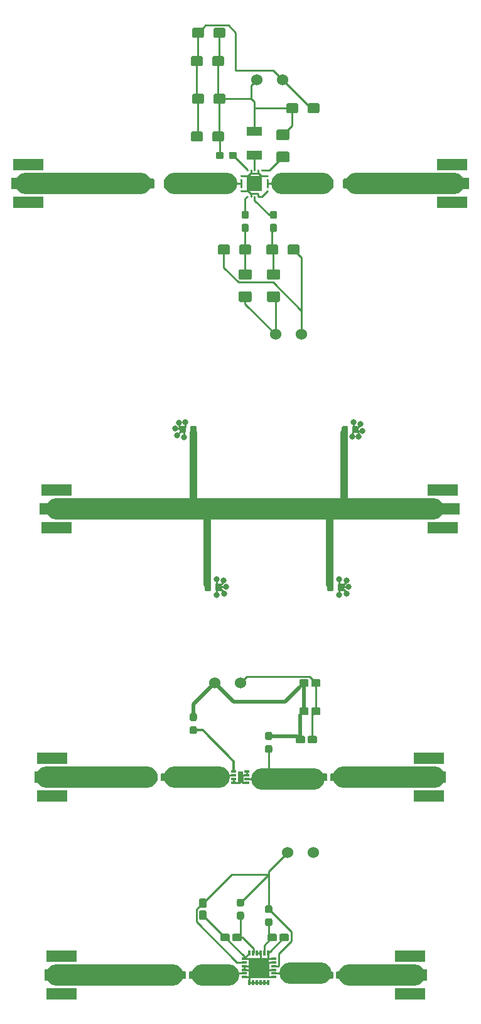
<source format=gbr>
G04 #@! TF.GenerationSoftware,KiCad,Pcbnew,5.1.2-f72e74a~84~ubuntu18.04.1*
G04 #@! TF.CreationDate,2019-07-08T15:28:50+02:00*
G04 #@! TF.ProjectId,prototype_1,70726f74-6f74-4797-9065-5f312e6b6963,rev?*
G04 #@! TF.SameCoordinates,Original*
G04 #@! TF.FileFunction,Copper,L1,Top*
G04 #@! TF.FilePolarity,Positive*
%FSLAX46Y46*%
G04 Gerber Fmt 4.6, Leading zero omitted, Abs format (unit mm)*
G04 Created by KiCad (PCBNEW 5.1.2-f72e74a~84~ubuntu18.04.1) date 2019-07-08 15:28:50*
%MOMM*%
%LPD*%
G04 APERTURE LIST*
%ADD10R,4.060000X1.520000*%
%ADD11R,4.600000X1.520000*%
%ADD12C,0.100000*%
%ADD13C,0.950000*%
%ADD14C,1.524000*%
%ADD15R,2.700000X2.700000*%
%ADD16R,0.800000X0.300000*%
%ADD17R,0.300000X0.800000*%
%ADD18C,1.050000*%
%ADD19R,4.300000X1.520000*%
%ADD20R,0.700000X1.600000*%
%ADD21R,0.670000X0.300000*%
%ADD22C,0.850000*%
%ADD23R,2.150000X2.150000*%
%ADD24R,0.230000X0.230000*%
%ADD25C,1.425000*%
%ADD26R,2.000000X1.200000*%
%ADD27C,1.350000*%
%ADD28C,0.800000*%
%ADD29C,0.400000*%
%ADD30C,0.250000*%
%ADD31C,0.500000*%
%ADD32C,2.900000*%
%ADD33C,0.300000*%
%ADD34C,1.000000*%
G04 APERTURE END LIST*
D10*
X114300000Y-170180000D03*
X114300000Y-165100000D03*
D11*
X114300000Y-167640000D03*
D10*
X67310000Y-165100000D03*
X67310000Y-170180000D03*
D11*
X67310000Y-167640000D03*
D12*
G36*
X95510779Y-159976144D02*
G01*
X95533834Y-159979563D01*
X95556443Y-159985227D01*
X95578387Y-159993079D01*
X95599457Y-160003044D01*
X95619448Y-160015026D01*
X95638168Y-160028910D01*
X95655438Y-160044562D01*
X95671090Y-160061832D01*
X95684974Y-160080552D01*
X95696956Y-160100543D01*
X95706921Y-160121613D01*
X95714773Y-160143557D01*
X95720437Y-160166166D01*
X95723856Y-160189221D01*
X95725000Y-160212500D01*
X95725000Y-160787500D01*
X95723856Y-160810779D01*
X95720437Y-160833834D01*
X95714773Y-160856443D01*
X95706921Y-160878387D01*
X95696956Y-160899457D01*
X95684974Y-160919448D01*
X95671090Y-160938168D01*
X95655438Y-160955438D01*
X95638168Y-160971090D01*
X95619448Y-160984974D01*
X95599457Y-160996956D01*
X95578387Y-161006921D01*
X95556443Y-161014773D01*
X95533834Y-161020437D01*
X95510779Y-161023856D01*
X95487500Y-161025000D01*
X95012500Y-161025000D01*
X94989221Y-161023856D01*
X94966166Y-161020437D01*
X94943557Y-161014773D01*
X94921613Y-161006921D01*
X94900543Y-160996956D01*
X94880552Y-160984974D01*
X94861832Y-160971090D01*
X94844562Y-160955438D01*
X94828910Y-160938168D01*
X94815026Y-160919448D01*
X94803044Y-160899457D01*
X94793079Y-160878387D01*
X94785227Y-160856443D01*
X94779563Y-160833834D01*
X94776144Y-160810779D01*
X94775000Y-160787500D01*
X94775000Y-160212500D01*
X94776144Y-160189221D01*
X94779563Y-160166166D01*
X94785227Y-160143557D01*
X94793079Y-160121613D01*
X94803044Y-160100543D01*
X94815026Y-160080552D01*
X94828910Y-160061832D01*
X94844562Y-160044562D01*
X94861832Y-160028910D01*
X94880552Y-160015026D01*
X94900543Y-160003044D01*
X94921613Y-159993079D01*
X94943557Y-159985227D01*
X94966166Y-159979563D01*
X94989221Y-159976144D01*
X95012500Y-159975000D01*
X95487500Y-159975000D01*
X95510779Y-159976144D01*
X95510779Y-159976144D01*
G37*
D13*
X95250000Y-160500000D03*
D12*
G36*
X95510779Y-158226144D02*
G01*
X95533834Y-158229563D01*
X95556443Y-158235227D01*
X95578387Y-158243079D01*
X95599457Y-158253044D01*
X95619448Y-158265026D01*
X95638168Y-158278910D01*
X95655438Y-158294562D01*
X95671090Y-158311832D01*
X95684974Y-158330552D01*
X95696956Y-158350543D01*
X95706921Y-158371613D01*
X95714773Y-158393557D01*
X95720437Y-158416166D01*
X95723856Y-158439221D01*
X95725000Y-158462500D01*
X95725000Y-159037500D01*
X95723856Y-159060779D01*
X95720437Y-159083834D01*
X95714773Y-159106443D01*
X95706921Y-159128387D01*
X95696956Y-159149457D01*
X95684974Y-159169448D01*
X95671090Y-159188168D01*
X95655438Y-159205438D01*
X95638168Y-159221090D01*
X95619448Y-159234974D01*
X95599457Y-159246956D01*
X95578387Y-159256921D01*
X95556443Y-159264773D01*
X95533834Y-159270437D01*
X95510779Y-159273856D01*
X95487500Y-159275000D01*
X95012500Y-159275000D01*
X94989221Y-159273856D01*
X94966166Y-159270437D01*
X94943557Y-159264773D01*
X94921613Y-159256921D01*
X94900543Y-159246956D01*
X94880552Y-159234974D01*
X94861832Y-159221090D01*
X94844562Y-159205438D01*
X94828910Y-159188168D01*
X94815026Y-159169448D01*
X94803044Y-159149457D01*
X94793079Y-159128387D01*
X94785227Y-159106443D01*
X94779563Y-159083834D01*
X94776144Y-159060779D01*
X94775000Y-159037500D01*
X94775000Y-158462500D01*
X94776144Y-158439221D01*
X94779563Y-158416166D01*
X94785227Y-158393557D01*
X94793079Y-158371613D01*
X94803044Y-158350543D01*
X94815026Y-158330552D01*
X94828910Y-158311832D01*
X94844562Y-158294562D01*
X94861832Y-158278910D01*
X94880552Y-158265026D01*
X94900543Y-158253044D01*
X94921613Y-158243079D01*
X94943557Y-158235227D01*
X94966166Y-158229563D01*
X94989221Y-158226144D01*
X95012500Y-158225000D01*
X95487500Y-158225000D01*
X95510779Y-158226144D01*
X95510779Y-158226144D01*
G37*
D13*
X95250000Y-158750000D03*
D12*
G36*
X91700779Y-159101144D02*
G01*
X91723834Y-159104563D01*
X91746443Y-159110227D01*
X91768387Y-159118079D01*
X91789457Y-159128044D01*
X91809448Y-159140026D01*
X91828168Y-159153910D01*
X91845438Y-159169562D01*
X91861090Y-159186832D01*
X91874974Y-159205552D01*
X91886956Y-159225543D01*
X91896921Y-159246613D01*
X91904773Y-159268557D01*
X91910437Y-159291166D01*
X91913856Y-159314221D01*
X91915000Y-159337500D01*
X91915000Y-159912500D01*
X91913856Y-159935779D01*
X91910437Y-159958834D01*
X91904773Y-159981443D01*
X91896921Y-160003387D01*
X91886956Y-160024457D01*
X91874974Y-160044448D01*
X91861090Y-160063168D01*
X91845438Y-160080438D01*
X91828168Y-160096090D01*
X91809448Y-160109974D01*
X91789457Y-160121956D01*
X91768387Y-160131921D01*
X91746443Y-160139773D01*
X91723834Y-160145437D01*
X91700779Y-160148856D01*
X91677500Y-160150000D01*
X91202500Y-160150000D01*
X91179221Y-160148856D01*
X91156166Y-160145437D01*
X91133557Y-160139773D01*
X91111613Y-160131921D01*
X91090543Y-160121956D01*
X91070552Y-160109974D01*
X91051832Y-160096090D01*
X91034562Y-160080438D01*
X91018910Y-160063168D01*
X91005026Y-160044448D01*
X90993044Y-160024457D01*
X90983079Y-160003387D01*
X90975227Y-159981443D01*
X90969563Y-159958834D01*
X90966144Y-159935779D01*
X90965000Y-159912500D01*
X90965000Y-159337500D01*
X90966144Y-159314221D01*
X90969563Y-159291166D01*
X90975227Y-159268557D01*
X90983079Y-159246613D01*
X90993044Y-159225543D01*
X91005026Y-159205552D01*
X91018910Y-159186832D01*
X91034562Y-159169562D01*
X91051832Y-159153910D01*
X91070552Y-159140026D01*
X91090543Y-159128044D01*
X91111613Y-159118079D01*
X91133557Y-159110227D01*
X91156166Y-159104563D01*
X91179221Y-159101144D01*
X91202500Y-159100000D01*
X91677500Y-159100000D01*
X91700779Y-159101144D01*
X91700779Y-159101144D01*
G37*
D13*
X91440000Y-159625000D03*
D12*
G36*
X91700779Y-157351144D02*
G01*
X91723834Y-157354563D01*
X91746443Y-157360227D01*
X91768387Y-157368079D01*
X91789457Y-157378044D01*
X91809448Y-157390026D01*
X91828168Y-157403910D01*
X91845438Y-157419562D01*
X91861090Y-157436832D01*
X91874974Y-157455552D01*
X91886956Y-157475543D01*
X91896921Y-157496613D01*
X91904773Y-157518557D01*
X91910437Y-157541166D01*
X91913856Y-157564221D01*
X91915000Y-157587500D01*
X91915000Y-158162500D01*
X91913856Y-158185779D01*
X91910437Y-158208834D01*
X91904773Y-158231443D01*
X91896921Y-158253387D01*
X91886956Y-158274457D01*
X91874974Y-158294448D01*
X91861090Y-158313168D01*
X91845438Y-158330438D01*
X91828168Y-158346090D01*
X91809448Y-158359974D01*
X91789457Y-158371956D01*
X91768387Y-158381921D01*
X91746443Y-158389773D01*
X91723834Y-158395437D01*
X91700779Y-158398856D01*
X91677500Y-158400000D01*
X91202500Y-158400000D01*
X91179221Y-158398856D01*
X91156166Y-158395437D01*
X91133557Y-158389773D01*
X91111613Y-158381921D01*
X91090543Y-158371956D01*
X91070552Y-158359974D01*
X91051832Y-158346090D01*
X91034562Y-158330438D01*
X91018910Y-158313168D01*
X91005026Y-158294448D01*
X90993044Y-158274457D01*
X90983079Y-158253387D01*
X90975227Y-158231443D01*
X90969563Y-158208834D01*
X90966144Y-158185779D01*
X90965000Y-158162500D01*
X90965000Y-157587500D01*
X90966144Y-157564221D01*
X90969563Y-157541166D01*
X90975227Y-157518557D01*
X90983079Y-157496613D01*
X90993044Y-157475543D01*
X91005026Y-157455552D01*
X91018910Y-157436832D01*
X91034562Y-157419562D01*
X91051832Y-157403910D01*
X91070552Y-157390026D01*
X91090543Y-157378044D01*
X91111613Y-157368079D01*
X91133557Y-157360227D01*
X91156166Y-157354563D01*
X91179221Y-157351144D01*
X91202500Y-157350000D01*
X91677500Y-157350000D01*
X91700779Y-157351144D01*
X91700779Y-157351144D01*
G37*
D13*
X91440000Y-157875000D03*
D14*
X101290000Y-151130000D03*
X97790000Y-151130000D03*
D15*
X93924999Y-166664999D03*
D16*
X95914999Y-165404999D03*
X95914999Y-167904999D03*
X95914999Y-167404999D03*
X95914999Y-166904999D03*
X95914999Y-165904999D03*
X95914999Y-166404999D03*
X91914999Y-167904999D03*
X91914999Y-167404999D03*
X91914999Y-166904999D03*
X91914999Y-166404999D03*
X91914999Y-165904999D03*
X91914999Y-165404999D03*
D17*
X92664999Y-168654999D03*
X93164999Y-168654999D03*
X94164999Y-168654999D03*
X93664999Y-168654999D03*
X95164999Y-168654999D03*
X94664999Y-168654999D03*
X95164999Y-164654999D03*
X94664999Y-164654999D03*
X94164999Y-164654999D03*
X93664999Y-164654999D03*
X93164999Y-164654999D03*
X92664999Y-164654999D03*
D12*
G36*
X83889505Y-167116204D02*
G01*
X83913773Y-167119804D01*
X83937572Y-167125765D01*
X83960671Y-167134030D01*
X83982850Y-167144520D01*
X84003893Y-167157132D01*
X84023599Y-167171747D01*
X84041777Y-167188223D01*
X84058253Y-167206401D01*
X84072868Y-167226107D01*
X84085480Y-167247150D01*
X84095970Y-167269329D01*
X84104235Y-167292428D01*
X84110196Y-167316227D01*
X84113796Y-167340495D01*
X84115000Y-167364999D01*
X84115000Y-167915001D01*
X84113796Y-167939505D01*
X84110196Y-167963773D01*
X84104235Y-167987572D01*
X84095970Y-168010671D01*
X84085480Y-168032850D01*
X84072868Y-168053893D01*
X84058253Y-168073599D01*
X84041777Y-168091777D01*
X84023599Y-168108253D01*
X84003893Y-168122868D01*
X83982850Y-168135480D01*
X83960671Y-168145970D01*
X83937572Y-168154235D01*
X83913773Y-168160196D01*
X83889505Y-168163796D01*
X83865001Y-168165000D01*
X83114999Y-168165000D01*
X83090495Y-168163796D01*
X83066227Y-168160196D01*
X83042428Y-168154235D01*
X83019329Y-168145970D01*
X82997150Y-168135480D01*
X82976107Y-168122868D01*
X82956401Y-168108253D01*
X82938223Y-168091777D01*
X82921747Y-168073599D01*
X82907132Y-168053893D01*
X82894520Y-168032850D01*
X82884030Y-168010671D01*
X82875765Y-167987572D01*
X82869804Y-167963773D01*
X82866204Y-167939505D01*
X82865000Y-167915001D01*
X82865000Y-167364999D01*
X82866204Y-167340495D01*
X82869804Y-167316227D01*
X82875765Y-167292428D01*
X82884030Y-167269329D01*
X82894520Y-167247150D01*
X82907132Y-167226107D01*
X82921747Y-167206401D01*
X82938223Y-167188223D01*
X82956401Y-167171747D01*
X82976107Y-167157132D01*
X82997150Y-167144520D01*
X83019329Y-167134030D01*
X83042428Y-167125765D01*
X83066227Y-167119804D01*
X83090495Y-167116204D01*
X83114999Y-167115000D01*
X83865001Y-167115000D01*
X83889505Y-167116204D01*
X83889505Y-167116204D01*
G37*
D18*
X83490000Y-167640000D03*
D12*
G36*
X85489505Y-167116204D02*
G01*
X85513773Y-167119804D01*
X85537572Y-167125765D01*
X85560671Y-167134030D01*
X85582850Y-167144520D01*
X85603893Y-167157132D01*
X85623599Y-167171747D01*
X85641777Y-167188223D01*
X85658253Y-167206401D01*
X85672868Y-167226107D01*
X85685480Y-167247150D01*
X85695970Y-167269329D01*
X85704235Y-167292428D01*
X85710196Y-167316227D01*
X85713796Y-167340495D01*
X85715000Y-167364999D01*
X85715000Y-167915001D01*
X85713796Y-167939505D01*
X85710196Y-167963773D01*
X85704235Y-167987572D01*
X85695970Y-168010671D01*
X85685480Y-168032850D01*
X85672868Y-168053893D01*
X85658253Y-168073599D01*
X85641777Y-168091777D01*
X85623599Y-168108253D01*
X85603893Y-168122868D01*
X85582850Y-168135480D01*
X85560671Y-168145970D01*
X85537572Y-168154235D01*
X85513773Y-168160196D01*
X85489505Y-168163796D01*
X85465001Y-168165000D01*
X84714999Y-168165000D01*
X84690495Y-168163796D01*
X84666227Y-168160196D01*
X84642428Y-168154235D01*
X84619329Y-168145970D01*
X84597150Y-168135480D01*
X84576107Y-168122868D01*
X84556401Y-168108253D01*
X84538223Y-168091777D01*
X84521747Y-168073599D01*
X84507132Y-168053893D01*
X84494520Y-168032850D01*
X84484030Y-168010671D01*
X84475765Y-167987572D01*
X84469804Y-167963773D01*
X84466204Y-167939505D01*
X84465000Y-167915001D01*
X84465000Y-167364999D01*
X84466204Y-167340495D01*
X84469804Y-167316227D01*
X84475765Y-167292428D01*
X84484030Y-167269329D01*
X84494520Y-167247150D01*
X84507132Y-167226107D01*
X84521747Y-167206401D01*
X84538223Y-167188223D01*
X84556401Y-167171747D01*
X84576107Y-167157132D01*
X84597150Y-167144520D01*
X84619329Y-167134030D01*
X84642428Y-167125765D01*
X84666227Y-167119804D01*
X84690495Y-167116204D01*
X84714999Y-167115000D01*
X85465001Y-167115000D01*
X85489505Y-167116204D01*
X85489505Y-167116204D01*
G37*
D18*
X85090000Y-167640000D03*
D12*
G36*
X103739505Y-167116204D02*
G01*
X103763773Y-167119804D01*
X103787572Y-167125765D01*
X103810671Y-167134030D01*
X103832850Y-167144520D01*
X103853893Y-167157132D01*
X103873599Y-167171747D01*
X103891777Y-167188223D01*
X103908253Y-167206401D01*
X103922868Y-167226107D01*
X103935480Y-167247150D01*
X103945970Y-167269329D01*
X103954235Y-167292428D01*
X103960196Y-167316227D01*
X103963796Y-167340495D01*
X103965000Y-167364999D01*
X103965000Y-167915001D01*
X103963796Y-167939505D01*
X103960196Y-167963773D01*
X103954235Y-167987572D01*
X103945970Y-168010671D01*
X103935480Y-168032850D01*
X103922868Y-168053893D01*
X103908253Y-168073599D01*
X103891777Y-168091777D01*
X103873599Y-168108253D01*
X103853893Y-168122868D01*
X103832850Y-168135480D01*
X103810671Y-168145970D01*
X103787572Y-168154235D01*
X103763773Y-168160196D01*
X103739505Y-168163796D01*
X103715001Y-168165000D01*
X102964999Y-168165000D01*
X102940495Y-168163796D01*
X102916227Y-168160196D01*
X102892428Y-168154235D01*
X102869329Y-168145970D01*
X102847150Y-168135480D01*
X102826107Y-168122868D01*
X102806401Y-168108253D01*
X102788223Y-168091777D01*
X102771747Y-168073599D01*
X102757132Y-168053893D01*
X102744520Y-168032850D01*
X102734030Y-168010671D01*
X102725765Y-167987572D01*
X102719804Y-167963773D01*
X102716204Y-167939505D01*
X102715000Y-167915001D01*
X102715000Y-167364999D01*
X102716204Y-167340495D01*
X102719804Y-167316227D01*
X102725765Y-167292428D01*
X102734030Y-167269329D01*
X102744520Y-167247150D01*
X102757132Y-167226107D01*
X102771747Y-167206401D01*
X102788223Y-167188223D01*
X102806401Y-167171747D01*
X102826107Y-167157132D01*
X102847150Y-167144520D01*
X102869329Y-167134030D01*
X102892428Y-167125765D01*
X102916227Y-167119804D01*
X102940495Y-167116204D01*
X102964999Y-167115000D01*
X103715001Y-167115000D01*
X103739505Y-167116204D01*
X103739505Y-167116204D01*
G37*
D18*
X103340000Y-167640000D03*
D12*
G36*
X105339505Y-167116204D02*
G01*
X105363773Y-167119804D01*
X105387572Y-167125765D01*
X105410671Y-167134030D01*
X105432850Y-167144520D01*
X105453893Y-167157132D01*
X105473599Y-167171747D01*
X105491777Y-167188223D01*
X105508253Y-167206401D01*
X105522868Y-167226107D01*
X105535480Y-167247150D01*
X105545970Y-167269329D01*
X105554235Y-167292428D01*
X105560196Y-167316227D01*
X105563796Y-167340495D01*
X105565000Y-167364999D01*
X105565000Y-167915001D01*
X105563796Y-167939505D01*
X105560196Y-167963773D01*
X105554235Y-167987572D01*
X105545970Y-168010671D01*
X105535480Y-168032850D01*
X105522868Y-168053893D01*
X105508253Y-168073599D01*
X105491777Y-168091777D01*
X105473599Y-168108253D01*
X105453893Y-168122868D01*
X105432850Y-168135480D01*
X105410671Y-168145970D01*
X105387572Y-168154235D01*
X105363773Y-168160196D01*
X105339505Y-168163796D01*
X105315001Y-168165000D01*
X104564999Y-168165000D01*
X104540495Y-168163796D01*
X104516227Y-168160196D01*
X104492428Y-168154235D01*
X104469329Y-168145970D01*
X104447150Y-168135480D01*
X104426107Y-168122868D01*
X104406401Y-168108253D01*
X104388223Y-168091777D01*
X104371747Y-168073599D01*
X104357132Y-168053893D01*
X104344520Y-168032850D01*
X104334030Y-168010671D01*
X104325765Y-167987572D01*
X104319804Y-167963773D01*
X104316204Y-167939505D01*
X104315000Y-167915001D01*
X104315000Y-167364999D01*
X104316204Y-167340495D01*
X104319804Y-167316227D01*
X104325765Y-167292428D01*
X104334030Y-167269329D01*
X104344520Y-167247150D01*
X104357132Y-167226107D01*
X104371747Y-167206401D01*
X104388223Y-167188223D01*
X104406401Y-167171747D01*
X104426107Y-167157132D01*
X104447150Y-167144520D01*
X104469329Y-167134030D01*
X104492428Y-167125765D01*
X104516227Y-167119804D01*
X104540495Y-167116204D01*
X104564999Y-167115000D01*
X105315001Y-167115000D01*
X105339505Y-167116204D01*
X105339505Y-167116204D01*
G37*
D18*
X104940000Y-167640000D03*
D12*
G36*
X86659505Y-157326204D02*
G01*
X86683773Y-157329804D01*
X86707572Y-157335765D01*
X86730671Y-157344030D01*
X86752850Y-157354520D01*
X86773893Y-157367132D01*
X86793599Y-157381747D01*
X86811777Y-157398223D01*
X86828253Y-157416401D01*
X86842868Y-157436107D01*
X86855480Y-157457150D01*
X86865970Y-157479329D01*
X86874235Y-157502428D01*
X86880196Y-157526227D01*
X86883796Y-157550495D01*
X86885000Y-157574999D01*
X86885000Y-158325001D01*
X86883796Y-158349505D01*
X86880196Y-158373773D01*
X86874235Y-158397572D01*
X86865970Y-158420671D01*
X86855480Y-158442850D01*
X86842868Y-158463893D01*
X86828253Y-158483599D01*
X86811777Y-158501777D01*
X86793599Y-158518253D01*
X86773893Y-158532868D01*
X86752850Y-158545480D01*
X86730671Y-158555970D01*
X86707572Y-158564235D01*
X86683773Y-158570196D01*
X86659505Y-158573796D01*
X86635001Y-158575000D01*
X86084999Y-158575000D01*
X86060495Y-158573796D01*
X86036227Y-158570196D01*
X86012428Y-158564235D01*
X85989329Y-158555970D01*
X85967150Y-158545480D01*
X85946107Y-158532868D01*
X85926401Y-158518253D01*
X85908223Y-158501777D01*
X85891747Y-158483599D01*
X85877132Y-158463893D01*
X85864520Y-158442850D01*
X85854030Y-158420671D01*
X85845765Y-158397572D01*
X85839804Y-158373773D01*
X85836204Y-158349505D01*
X85835000Y-158325001D01*
X85835000Y-157574999D01*
X85836204Y-157550495D01*
X85839804Y-157526227D01*
X85845765Y-157502428D01*
X85854030Y-157479329D01*
X85864520Y-157457150D01*
X85877132Y-157436107D01*
X85891747Y-157416401D01*
X85908223Y-157398223D01*
X85926401Y-157381747D01*
X85946107Y-157367132D01*
X85967150Y-157354520D01*
X85989329Y-157344030D01*
X86012428Y-157335765D01*
X86036227Y-157329804D01*
X86060495Y-157326204D01*
X86084999Y-157325000D01*
X86635001Y-157325000D01*
X86659505Y-157326204D01*
X86659505Y-157326204D01*
G37*
D18*
X86360000Y-157950000D03*
D12*
G36*
X86659505Y-158926204D02*
G01*
X86683773Y-158929804D01*
X86707572Y-158935765D01*
X86730671Y-158944030D01*
X86752850Y-158954520D01*
X86773893Y-158967132D01*
X86793599Y-158981747D01*
X86811777Y-158998223D01*
X86828253Y-159016401D01*
X86842868Y-159036107D01*
X86855480Y-159057150D01*
X86865970Y-159079329D01*
X86874235Y-159102428D01*
X86880196Y-159126227D01*
X86883796Y-159150495D01*
X86885000Y-159174999D01*
X86885000Y-159925001D01*
X86883796Y-159949505D01*
X86880196Y-159973773D01*
X86874235Y-159997572D01*
X86865970Y-160020671D01*
X86855480Y-160042850D01*
X86842868Y-160063893D01*
X86828253Y-160083599D01*
X86811777Y-160101777D01*
X86793599Y-160118253D01*
X86773893Y-160132868D01*
X86752850Y-160145480D01*
X86730671Y-160155970D01*
X86707572Y-160164235D01*
X86683773Y-160170196D01*
X86659505Y-160173796D01*
X86635001Y-160175000D01*
X86084999Y-160175000D01*
X86060495Y-160173796D01*
X86036227Y-160170196D01*
X86012428Y-160164235D01*
X85989329Y-160155970D01*
X85967150Y-160145480D01*
X85946107Y-160132868D01*
X85926401Y-160118253D01*
X85908223Y-160101777D01*
X85891747Y-160083599D01*
X85877132Y-160063893D01*
X85864520Y-160042850D01*
X85854030Y-160020671D01*
X85845765Y-159997572D01*
X85839804Y-159973773D01*
X85836204Y-159949505D01*
X85835000Y-159925001D01*
X85835000Y-159174999D01*
X85836204Y-159150495D01*
X85839804Y-159126227D01*
X85845765Y-159102428D01*
X85854030Y-159079329D01*
X85864520Y-159057150D01*
X85877132Y-159036107D01*
X85891747Y-159016401D01*
X85908223Y-158998223D01*
X85926401Y-158981747D01*
X85946107Y-158967132D01*
X85967150Y-158954520D01*
X85989329Y-158944030D01*
X86012428Y-158935765D01*
X86036227Y-158929804D01*
X86060495Y-158926204D01*
X86084999Y-158925000D01*
X86635001Y-158925000D01*
X86659505Y-158926204D01*
X86659505Y-158926204D01*
G37*
D18*
X86360000Y-159550000D03*
D12*
G36*
X96119505Y-162036204D02*
G01*
X96143773Y-162039804D01*
X96167572Y-162045765D01*
X96190671Y-162054030D01*
X96212850Y-162064520D01*
X96233893Y-162077132D01*
X96253599Y-162091747D01*
X96271777Y-162108223D01*
X96288253Y-162126401D01*
X96302868Y-162146107D01*
X96315480Y-162167150D01*
X96325970Y-162189329D01*
X96334235Y-162212428D01*
X96340196Y-162236227D01*
X96343796Y-162260495D01*
X96345000Y-162284999D01*
X96345000Y-162835001D01*
X96343796Y-162859505D01*
X96340196Y-162883773D01*
X96334235Y-162907572D01*
X96325970Y-162930671D01*
X96315480Y-162952850D01*
X96302868Y-162973893D01*
X96288253Y-162993599D01*
X96271777Y-163011777D01*
X96253599Y-163028253D01*
X96233893Y-163042868D01*
X96212850Y-163055480D01*
X96190671Y-163065970D01*
X96167572Y-163074235D01*
X96143773Y-163080196D01*
X96119505Y-163083796D01*
X96095001Y-163085000D01*
X95344999Y-163085000D01*
X95320495Y-163083796D01*
X95296227Y-163080196D01*
X95272428Y-163074235D01*
X95249329Y-163065970D01*
X95227150Y-163055480D01*
X95206107Y-163042868D01*
X95186401Y-163028253D01*
X95168223Y-163011777D01*
X95151747Y-162993599D01*
X95137132Y-162973893D01*
X95124520Y-162952850D01*
X95114030Y-162930671D01*
X95105765Y-162907572D01*
X95099804Y-162883773D01*
X95096204Y-162859505D01*
X95095000Y-162835001D01*
X95095000Y-162284999D01*
X95096204Y-162260495D01*
X95099804Y-162236227D01*
X95105765Y-162212428D01*
X95114030Y-162189329D01*
X95124520Y-162167150D01*
X95137132Y-162146107D01*
X95151747Y-162126401D01*
X95168223Y-162108223D01*
X95186401Y-162091747D01*
X95206107Y-162077132D01*
X95227150Y-162064520D01*
X95249329Y-162054030D01*
X95272428Y-162045765D01*
X95296227Y-162039804D01*
X95320495Y-162036204D01*
X95344999Y-162035000D01*
X96095001Y-162035000D01*
X96119505Y-162036204D01*
X96119505Y-162036204D01*
G37*
D18*
X95720000Y-162560000D03*
D12*
G36*
X97719505Y-162036204D02*
G01*
X97743773Y-162039804D01*
X97767572Y-162045765D01*
X97790671Y-162054030D01*
X97812850Y-162064520D01*
X97833893Y-162077132D01*
X97853599Y-162091747D01*
X97871777Y-162108223D01*
X97888253Y-162126401D01*
X97902868Y-162146107D01*
X97915480Y-162167150D01*
X97925970Y-162189329D01*
X97934235Y-162212428D01*
X97940196Y-162236227D01*
X97943796Y-162260495D01*
X97945000Y-162284999D01*
X97945000Y-162835001D01*
X97943796Y-162859505D01*
X97940196Y-162883773D01*
X97934235Y-162907572D01*
X97925970Y-162930671D01*
X97915480Y-162952850D01*
X97902868Y-162973893D01*
X97888253Y-162993599D01*
X97871777Y-163011777D01*
X97853599Y-163028253D01*
X97833893Y-163042868D01*
X97812850Y-163055480D01*
X97790671Y-163065970D01*
X97767572Y-163074235D01*
X97743773Y-163080196D01*
X97719505Y-163083796D01*
X97695001Y-163085000D01*
X96944999Y-163085000D01*
X96920495Y-163083796D01*
X96896227Y-163080196D01*
X96872428Y-163074235D01*
X96849329Y-163065970D01*
X96827150Y-163055480D01*
X96806107Y-163042868D01*
X96786401Y-163028253D01*
X96768223Y-163011777D01*
X96751747Y-162993599D01*
X96737132Y-162973893D01*
X96724520Y-162952850D01*
X96714030Y-162930671D01*
X96705765Y-162907572D01*
X96699804Y-162883773D01*
X96696204Y-162859505D01*
X96695000Y-162835001D01*
X96695000Y-162284999D01*
X96696204Y-162260495D01*
X96699804Y-162236227D01*
X96705765Y-162212428D01*
X96714030Y-162189329D01*
X96724520Y-162167150D01*
X96737132Y-162146107D01*
X96751747Y-162126401D01*
X96768223Y-162108223D01*
X96786401Y-162091747D01*
X96806107Y-162077132D01*
X96827150Y-162064520D01*
X96849329Y-162054030D01*
X96872428Y-162045765D01*
X96896227Y-162039804D01*
X96920495Y-162036204D01*
X96944999Y-162035000D01*
X97695001Y-162035000D01*
X97719505Y-162036204D01*
X97719505Y-162036204D01*
G37*
D18*
X97320000Y-162560000D03*
D12*
G36*
X89769505Y-162036204D02*
G01*
X89793773Y-162039804D01*
X89817572Y-162045765D01*
X89840671Y-162054030D01*
X89862850Y-162064520D01*
X89883893Y-162077132D01*
X89903599Y-162091747D01*
X89921777Y-162108223D01*
X89938253Y-162126401D01*
X89952868Y-162146107D01*
X89965480Y-162167150D01*
X89975970Y-162189329D01*
X89984235Y-162212428D01*
X89990196Y-162236227D01*
X89993796Y-162260495D01*
X89995000Y-162284999D01*
X89995000Y-162835001D01*
X89993796Y-162859505D01*
X89990196Y-162883773D01*
X89984235Y-162907572D01*
X89975970Y-162930671D01*
X89965480Y-162952850D01*
X89952868Y-162973893D01*
X89938253Y-162993599D01*
X89921777Y-163011777D01*
X89903599Y-163028253D01*
X89883893Y-163042868D01*
X89862850Y-163055480D01*
X89840671Y-163065970D01*
X89817572Y-163074235D01*
X89793773Y-163080196D01*
X89769505Y-163083796D01*
X89745001Y-163085000D01*
X88994999Y-163085000D01*
X88970495Y-163083796D01*
X88946227Y-163080196D01*
X88922428Y-163074235D01*
X88899329Y-163065970D01*
X88877150Y-163055480D01*
X88856107Y-163042868D01*
X88836401Y-163028253D01*
X88818223Y-163011777D01*
X88801747Y-162993599D01*
X88787132Y-162973893D01*
X88774520Y-162952850D01*
X88764030Y-162930671D01*
X88755765Y-162907572D01*
X88749804Y-162883773D01*
X88746204Y-162859505D01*
X88745000Y-162835001D01*
X88745000Y-162284999D01*
X88746204Y-162260495D01*
X88749804Y-162236227D01*
X88755765Y-162212428D01*
X88764030Y-162189329D01*
X88774520Y-162167150D01*
X88787132Y-162146107D01*
X88801747Y-162126401D01*
X88818223Y-162108223D01*
X88836401Y-162091747D01*
X88856107Y-162077132D01*
X88877150Y-162064520D01*
X88899329Y-162054030D01*
X88922428Y-162045765D01*
X88946227Y-162039804D01*
X88970495Y-162036204D01*
X88994999Y-162035000D01*
X89745001Y-162035000D01*
X89769505Y-162036204D01*
X89769505Y-162036204D01*
G37*
D18*
X89370000Y-162560000D03*
D12*
G36*
X91369505Y-162036204D02*
G01*
X91393773Y-162039804D01*
X91417572Y-162045765D01*
X91440671Y-162054030D01*
X91462850Y-162064520D01*
X91483893Y-162077132D01*
X91503599Y-162091747D01*
X91521777Y-162108223D01*
X91538253Y-162126401D01*
X91552868Y-162146107D01*
X91565480Y-162167150D01*
X91575970Y-162189329D01*
X91584235Y-162212428D01*
X91590196Y-162236227D01*
X91593796Y-162260495D01*
X91595000Y-162284999D01*
X91595000Y-162835001D01*
X91593796Y-162859505D01*
X91590196Y-162883773D01*
X91584235Y-162907572D01*
X91575970Y-162930671D01*
X91565480Y-162952850D01*
X91552868Y-162973893D01*
X91538253Y-162993599D01*
X91521777Y-163011777D01*
X91503599Y-163028253D01*
X91483893Y-163042868D01*
X91462850Y-163055480D01*
X91440671Y-163065970D01*
X91417572Y-163074235D01*
X91393773Y-163080196D01*
X91369505Y-163083796D01*
X91345001Y-163085000D01*
X90594999Y-163085000D01*
X90570495Y-163083796D01*
X90546227Y-163080196D01*
X90522428Y-163074235D01*
X90499329Y-163065970D01*
X90477150Y-163055480D01*
X90456107Y-163042868D01*
X90436401Y-163028253D01*
X90418223Y-163011777D01*
X90401747Y-162993599D01*
X90387132Y-162973893D01*
X90374520Y-162952850D01*
X90364030Y-162930671D01*
X90355765Y-162907572D01*
X90349804Y-162883773D01*
X90346204Y-162859505D01*
X90345000Y-162835001D01*
X90345000Y-162284999D01*
X90346204Y-162260495D01*
X90349804Y-162236227D01*
X90355765Y-162212428D01*
X90364030Y-162189329D01*
X90374520Y-162167150D01*
X90387132Y-162146107D01*
X90401747Y-162126401D01*
X90418223Y-162108223D01*
X90436401Y-162091747D01*
X90456107Y-162077132D01*
X90477150Y-162064520D01*
X90499329Y-162054030D01*
X90522428Y-162045765D01*
X90546227Y-162039804D01*
X90570495Y-162036204D01*
X90594999Y-162035000D01*
X91345001Y-162035000D01*
X91369505Y-162036204D01*
X91369505Y-162036204D01*
G37*
D18*
X90970000Y-162560000D03*
D10*
X116840000Y-143510000D03*
X116840000Y-138430000D03*
D19*
X117020000Y-140970000D03*
D10*
X66040000Y-138430000D03*
X66040000Y-143510000D03*
D19*
X65820000Y-140970000D03*
D20*
X91440000Y-140970000D03*
D21*
X92325000Y-141720000D03*
X92325000Y-141220000D03*
X92325000Y-140720000D03*
X92325000Y-140220000D03*
X90555000Y-141720000D03*
X90555000Y-141220000D03*
X90555000Y-140720000D03*
X90555000Y-140220000D03*
D12*
G36*
X85350779Y-134096144D02*
G01*
X85373834Y-134099563D01*
X85396443Y-134105227D01*
X85418387Y-134113079D01*
X85439457Y-134123044D01*
X85459448Y-134135026D01*
X85478168Y-134148910D01*
X85495438Y-134164562D01*
X85511090Y-134181832D01*
X85524974Y-134200552D01*
X85536956Y-134220543D01*
X85546921Y-134241613D01*
X85554773Y-134263557D01*
X85560437Y-134286166D01*
X85563856Y-134309221D01*
X85565000Y-134332500D01*
X85565000Y-134907500D01*
X85563856Y-134930779D01*
X85560437Y-134953834D01*
X85554773Y-134976443D01*
X85546921Y-134998387D01*
X85536956Y-135019457D01*
X85524974Y-135039448D01*
X85511090Y-135058168D01*
X85495438Y-135075438D01*
X85478168Y-135091090D01*
X85459448Y-135104974D01*
X85439457Y-135116956D01*
X85418387Y-135126921D01*
X85396443Y-135134773D01*
X85373834Y-135140437D01*
X85350779Y-135143856D01*
X85327500Y-135145000D01*
X84852500Y-135145000D01*
X84829221Y-135143856D01*
X84806166Y-135140437D01*
X84783557Y-135134773D01*
X84761613Y-135126921D01*
X84740543Y-135116956D01*
X84720552Y-135104974D01*
X84701832Y-135091090D01*
X84684562Y-135075438D01*
X84668910Y-135058168D01*
X84655026Y-135039448D01*
X84643044Y-135019457D01*
X84633079Y-134998387D01*
X84625227Y-134976443D01*
X84619563Y-134953834D01*
X84616144Y-134930779D01*
X84615000Y-134907500D01*
X84615000Y-134332500D01*
X84616144Y-134309221D01*
X84619563Y-134286166D01*
X84625227Y-134263557D01*
X84633079Y-134241613D01*
X84643044Y-134220543D01*
X84655026Y-134200552D01*
X84668910Y-134181832D01*
X84684562Y-134164562D01*
X84701832Y-134148910D01*
X84720552Y-134135026D01*
X84740543Y-134123044D01*
X84761613Y-134113079D01*
X84783557Y-134105227D01*
X84806166Y-134099563D01*
X84829221Y-134096144D01*
X84852500Y-134095000D01*
X85327500Y-134095000D01*
X85350779Y-134096144D01*
X85350779Y-134096144D01*
G37*
D13*
X85090000Y-134620000D03*
D12*
G36*
X85350779Y-132346144D02*
G01*
X85373834Y-132349563D01*
X85396443Y-132355227D01*
X85418387Y-132363079D01*
X85439457Y-132373044D01*
X85459448Y-132385026D01*
X85478168Y-132398910D01*
X85495438Y-132414562D01*
X85511090Y-132431832D01*
X85524974Y-132450552D01*
X85536956Y-132470543D01*
X85546921Y-132491613D01*
X85554773Y-132513557D01*
X85560437Y-132536166D01*
X85563856Y-132559221D01*
X85565000Y-132582500D01*
X85565000Y-133157500D01*
X85563856Y-133180779D01*
X85560437Y-133203834D01*
X85554773Y-133226443D01*
X85546921Y-133248387D01*
X85536956Y-133269457D01*
X85524974Y-133289448D01*
X85511090Y-133308168D01*
X85495438Y-133325438D01*
X85478168Y-133341090D01*
X85459448Y-133354974D01*
X85439457Y-133366956D01*
X85418387Y-133376921D01*
X85396443Y-133384773D01*
X85373834Y-133390437D01*
X85350779Y-133393856D01*
X85327500Y-133395000D01*
X84852500Y-133395000D01*
X84829221Y-133393856D01*
X84806166Y-133390437D01*
X84783557Y-133384773D01*
X84761613Y-133376921D01*
X84740543Y-133366956D01*
X84720552Y-133354974D01*
X84701832Y-133341090D01*
X84684562Y-133325438D01*
X84668910Y-133308168D01*
X84655026Y-133289448D01*
X84643044Y-133269457D01*
X84633079Y-133248387D01*
X84625227Y-133226443D01*
X84619563Y-133203834D01*
X84616144Y-133180779D01*
X84615000Y-133157500D01*
X84615000Y-132582500D01*
X84616144Y-132559221D01*
X84619563Y-132536166D01*
X84625227Y-132513557D01*
X84633079Y-132491613D01*
X84643044Y-132470543D01*
X84655026Y-132450552D01*
X84668910Y-132431832D01*
X84684562Y-132414562D01*
X84701832Y-132398910D01*
X84720552Y-132385026D01*
X84740543Y-132373044D01*
X84761613Y-132363079D01*
X84783557Y-132355227D01*
X84806166Y-132349563D01*
X84829221Y-132346144D01*
X84852500Y-132345000D01*
X85327500Y-132345000D01*
X85350779Y-132346144D01*
X85350779Y-132346144D01*
G37*
D13*
X85090000Y-132870000D03*
D12*
G36*
X95510779Y-136636144D02*
G01*
X95533834Y-136639563D01*
X95556443Y-136645227D01*
X95578387Y-136653079D01*
X95599457Y-136663044D01*
X95619448Y-136675026D01*
X95638168Y-136688910D01*
X95655438Y-136704562D01*
X95671090Y-136721832D01*
X95684974Y-136740552D01*
X95696956Y-136760543D01*
X95706921Y-136781613D01*
X95714773Y-136803557D01*
X95720437Y-136826166D01*
X95723856Y-136849221D01*
X95725000Y-136872500D01*
X95725000Y-137447500D01*
X95723856Y-137470779D01*
X95720437Y-137493834D01*
X95714773Y-137516443D01*
X95706921Y-137538387D01*
X95696956Y-137559457D01*
X95684974Y-137579448D01*
X95671090Y-137598168D01*
X95655438Y-137615438D01*
X95638168Y-137631090D01*
X95619448Y-137644974D01*
X95599457Y-137656956D01*
X95578387Y-137666921D01*
X95556443Y-137674773D01*
X95533834Y-137680437D01*
X95510779Y-137683856D01*
X95487500Y-137685000D01*
X95012500Y-137685000D01*
X94989221Y-137683856D01*
X94966166Y-137680437D01*
X94943557Y-137674773D01*
X94921613Y-137666921D01*
X94900543Y-137656956D01*
X94880552Y-137644974D01*
X94861832Y-137631090D01*
X94844562Y-137615438D01*
X94828910Y-137598168D01*
X94815026Y-137579448D01*
X94803044Y-137559457D01*
X94793079Y-137538387D01*
X94785227Y-137516443D01*
X94779563Y-137493834D01*
X94776144Y-137470779D01*
X94775000Y-137447500D01*
X94775000Y-136872500D01*
X94776144Y-136849221D01*
X94779563Y-136826166D01*
X94785227Y-136803557D01*
X94793079Y-136781613D01*
X94803044Y-136760543D01*
X94815026Y-136740552D01*
X94828910Y-136721832D01*
X94844562Y-136704562D01*
X94861832Y-136688910D01*
X94880552Y-136675026D01*
X94900543Y-136663044D01*
X94921613Y-136653079D01*
X94943557Y-136645227D01*
X94966166Y-136639563D01*
X94989221Y-136636144D01*
X95012500Y-136635000D01*
X95487500Y-136635000D01*
X95510779Y-136636144D01*
X95510779Y-136636144D01*
G37*
D13*
X95250000Y-137160000D03*
D12*
G36*
X95510779Y-134886144D02*
G01*
X95533834Y-134889563D01*
X95556443Y-134895227D01*
X95578387Y-134903079D01*
X95599457Y-134913044D01*
X95619448Y-134925026D01*
X95638168Y-134938910D01*
X95655438Y-134954562D01*
X95671090Y-134971832D01*
X95684974Y-134990552D01*
X95696956Y-135010543D01*
X95706921Y-135031613D01*
X95714773Y-135053557D01*
X95720437Y-135076166D01*
X95723856Y-135099221D01*
X95725000Y-135122500D01*
X95725000Y-135697500D01*
X95723856Y-135720779D01*
X95720437Y-135743834D01*
X95714773Y-135766443D01*
X95706921Y-135788387D01*
X95696956Y-135809457D01*
X95684974Y-135829448D01*
X95671090Y-135848168D01*
X95655438Y-135865438D01*
X95638168Y-135881090D01*
X95619448Y-135894974D01*
X95599457Y-135906956D01*
X95578387Y-135916921D01*
X95556443Y-135924773D01*
X95533834Y-135930437D01*
X95510779Y-135933856D01*
X95487500Y-135935000D01*
X95012500Y-135935000D01*
X94989221Y-135933856D01*
X94966166Y-135930437D01*
X94943557Y-135924773D01*
X94921613Y-135916921D01*
X94900543Y-135906956D01*
X94880552Y-135894974D01*
X94861832Y-135881090D01*
X94844562Y-135865438D01*
X94828910Y-135848168D01*
X94815026Y-135829448D01*
X94803044Y-135809457D01*
X94793079Y-135788387D01*
X94785227Y-135766443D01*
X94779563Y-135743834D01*
X94776144Y-135720779D01*
X94775000Y-135697500D01*
X94775000Y-135122500D01*
X94776144Y-135099221D01*
X94779563Y-135076166D01*
X94785227Y-135053557D01*
X94793079Y-135031613D01*
X94803044Y-135010543D01*
X94815026Y-134990552D01*
X94828910Y-134971832D01*
X94844562Y-134954562D01*
X94861832Y-134938910D01*
X94880552Y-134925026D01*
X94900543Y-134913044D01*
X94921613Y-134903079D01*
X94943557Y-134895227D01*
X94966166Y-134889563D01*
X94989221Y-134886144D01*
X95012500Y-134885000D01*
X95487500Y-134885000D01*
X95510779Y-134886144D01*
X95510779Y-134886144D01*
G37*
D13*
X95250000Y-135410000D03*
D14*
X91440000Y-128270000D03*
X87940000Y-128270000D03*
D12*
G36*
X101529505Y-135366204D02*
G01*
X101553773Y-135369804D01*
X101577572Y-135375765D01*
X101600671Y-135384030D01*
X101622850Y-135394520D01*
X101643893Y-135407132D01*
X101663599Y-135421747D01*
X101681777Y-135438223D01*
X101698253Y-135456401D01*
X101712868Y-135476107D01*
X101725480Y-135497150D01*
X101735970Y-135519329D01*
X101744235Y-135542428D01*
X101750196Y-135566227D01*
X101753796Y-135590495D01*
X101755000Y-135614999D01*
X101755000Y-136165001D01*
X101753796Y-136189505D01*
X101750196Y-136213773D01*
X101744235Y-136237572D01*
X101735970Y-136260671D01*
X101725480Y-136282850D01*
X101712868Y-136303893D01*
X101698253Y-136323599D01*
X101681777Y-136341777D01*
X101663599Y-136358253D01*
X101643893Y-136372868D01*
X101622850Y-136385480D01*
X101600671Y-136395970D01*
X101577572Y-136404235D01*
X101553773Y-136410196D01*
X101529505Y-136413796D01*
X101505001Y-136415000D01*
X100754999Y-136415000D01*
X100730495Y-136413796D01*
X100706227Y-136410196D01*
X100682428Y-136404235D01*
X100659329Y-136395970D01*
X100637150Y-136385480D01*
X100616107Y-136372868D01*
X100596401Y-136358253D01*
X100578223Y-136341777D01*
X100561747Y-136323599D01*
X100547132Y-136303893D01*
X100534520Y-136282850D01*
X100524030Y-136260671D01*
X100515765Y-136237572D01*
X100509804Y-136213773D01*
X100506204Y-136189505D01*
X100505000Y-136165001D01*
X100505000Y-135614999D01*
X100506204Y-135590495D01*
X100509804Y-135566227D01*
X100515765Y-135542428D01*
X100524030Y-135519329D01*
X100534520Y-135497150D01*
X100547132Y-135476107D01*
X100561747Y-135456401D01*
X100578223Y-135438223D01*
X100596401Y-135421747D01*
X100616107Y-135407132D01*
X100637150Y-135394520D01*
X100659329Y-135384030D01*
X100682428Y-135375765D01*
X100706227Y-135369804D01*
X100730495Y-135366204D01*
X100754999Y-135365000D01*
X101505001Y-135365000D01*
X101529505Y-135366204D01*
X101529505Y-135366204D01*
G37*
D18*
X101130000Y-135890000D03*
D12*
G36*
X99929505Y-135366204D02*
G01*
X99953773Y-135369804D01*
X99977572Y-135375765D01*
X100000671Y-135384030D01*
X100022850Y-135394520D01*
X100043893Y-135407132D01*
X100063599Y-135421747D01*
X100081777Y-135438223D01*
X100098253Y-135456401D01*
X100112868Y-135476107D01*
X100125480Y-135497150D01*
X100135970Y-135519329D01*
X100144235Y-135542428D01*
X100150196Y-135566227D01*
X100153796Y-135590495D01*
X100155000Y-135614999D01*
X100155000Y-136165001D01*
X100153796Y-136189505D01*
X100150196Y-136213773D01*
X100144235Y-136237572D01*
X100135970Y-136260671D01*
X100125480Y-136282850D01*
X100112868Y-136303893D01*
X100098253Y-136323599D01*
X100081777Y-136341777D01*
X100063599Y-136358253D01*
X100043893Y-136372868D01*
X100022850Y-136385480D01*
X100000671Y-136395970D01*
X99977572Y-136404235D01*
X99953773Y-136410196D01*
X99929505Y-136413796D01*
X99905001Y-136415000D01*
X99154999Y-136415000D01*
X99130495Y-136413796D01*
X99106227Y-136410196D01*
X99082428Y-136404235D01*
X99059329Y-136395970D01*
X99037150Y-136385480D01*
X99016107Y-136372868D01*
X98996401Y-136358253D01*
X98978223Y-136341777D01*
X98961747Y-136323599D01*
X98947132Y-136303893D01*
X98934520Y-136282850D01*
X98924030Y-136260671D01*
X98915765Y-136237572D01*
X98909804Y-136213773D01*
X98906204Y-136189505D01*
X98905000Y-136165001D01*
X98905000Y-135614999D01*
X98906204Y-135590495D01*
X98909804Y-135566227D01*
X98915765Y-135542428D01*
X98924030Y-135519329D01*
X98934520Y-135497150D01*
X98947132Y-135476107D01*
X98961747Y-135456401D01*
X98978223Y-135438223D01*
X98996401Y-135421747D01*
X99016107Y-135407132D01*
X99037150Y-135394520D01*
X99059329Y-135384030D01*
X99082428Y-135375765D01*
X99106227Y-135369804D01*
X99130495Y-135366204D01*
X99154999Y-135365000D01*
X99905001Y-135365000D01*
X99929505Y-135366204D01*
X99929505Y-135366204D01*
G37*
D18*
X99530000Y-135890000D03*
D12*
G36*
X100399505Y-127746204D02*
G01*
X100423773Y-127749804D01*
X100447572Y-127755765D01*
X100470671Y-127764030D01*
X100492850Y-127774520D01*
X100513893Y-127787132D01*
X100533599Y-127801747D01*
X100551777Y-127818223D01*
X100568253Y-127836401D01*
X100582868Y-127856107D01*
X100595480Y-127877150D01*
X100605970Y-127899329D01*
X100614235Y-127922428D01*
X100620196Y-127946227D01*
X100623796Y-127970495D01*
X100625000Y-127994999D01*
X100625000Y-128545001D01*
X100623796Y-128569505D01*
X100620196Y-128593773D01*
X100614235Y-128617572D01*
X100605970Y-128640671D01*
X100595480Y-128662850D01*
X100582868Y-128683893D01*
X100568253Y-128703599D01*
X100551777Y-128721777D01*
X100533599Y-128738253D01*
X100513893Y-128752868D01*
X100492850Y-128765480D01*
X100470671Y-128775970D01*
X100447572Y-128784235D01*
X100423773Y-128790196D01*
X100399505Y-128793796D01*
X100375001Y-128795000D01*
X99624999Y-128795000D01*
X99600495Y-128793796D01*
X99576227Y-128790196D01*
X99552428Y-128784235D01*
X99529329Y-128775970D01*
X99507150Y-128765480D01*
X99486107Y-128752868D01*
X99466401Y-128738253D01*
X99448223Y-128721777D01*
X99431747Y-128703599D01*
X99417132Y-128683893D01*
X99404520Y-128662850D01*
X99394030Y-128640671D01*
X99385765Y-128617572D01*
X99379804Y-128593773D01*
X99376204Y-128569505D01*
X99375000Y-128545001D01*
X99375000Y-127994999D01*
X99376204Y-127970495D01*
X99379804Y-127946227D01*
X99385765Y-127922428D01*
X99394030Y-127899329D01*
X99404520Y-127877150D01*
X99417132Y-127856107D01*
X99431747Y-127836401D01*
X99448223Y-127818223D01*
X99466401Y-127801747D01*
X99486107Y-127787132D01*
X99507150Y-127774520D01*
X99529329Y-127764030D01*
X99552428Y-127755765D01*
X99576227Y-127749804D01*
X99600495Y-127746204D01*
X99624999Y-127745000D01*
X100375001Y-127745000D01*
X100399505Y-127746204D01*
X100399505Y-127746204D01*
G37*
D18*
X100000000Y-128270000D03*
D12*
G36*
X101999505Y-127746204D02*
G01*
X102023773Y-127749804D01*
X102047572Y-127755765D01*
X102070671Y-127764030D01*
X102092850Y-127774520D01*
X102113893Y-127787132D01*
X102133599Y-127801747D01*
X102151777Y-127818223D01*
X102168253Y-127836401D01*
X102182868Y-127856107D01*
X102195480Y-127877150D01*
X102205970Y-127899329D01*
X102214235Y-127922428D01*
X102220196Y-127946227D01*
X102223796Y-127970495D01*
X102225000Y-127994999D01*
X102225000Y-128545001D01*
X102223796Y-128569505D01*
X102220196Y-128593773D01*
X102214235Y-128617572D01*
X102205970Y-128640671D01*
X102195480Y-128662850D01*
X102182868Y-128683893D01*
X102168253Y-128703599D01*
X102151777Y-128721777D01*
X102133599Y-128738253D01*
X102113893Y-128752868D01*
X102092850Y-128765480D01*
X102070671Y-128775970D01*
X102047572Y-128784235D01*
X102023773Y-128790196D01*
X101999505Y-128793796D01*
X101975001Y-128795000D01*
X101224999Y-128795000D01*
X101200495Y-128793796D01*
X101176227Y-128790196D01*
X101152428Y-128784235D01*
X101129329Y-128775970D01*
X101107150Y-128765480D01*
X101086107Y-128752868D01*
X101066401Y-128738253D01*
X101048223Y-128721777D01*
X101031747Y-128703599D01*
X101017132Y-128683893D01*
X101004520Y-128662850D01*
X100994030Y-128640671D01*
X100985765Y-128617572D01*
X100979804Y-128593773D01*
X100976204Y-128569505D01*
X100975000Y-128545001D01*
X100975000Y-127994999D01*
X100976204Y-127970495D01*
X100979804Y-127946227D01*
X100985765Y-127922428D01*
X100994030Y-127899329D01*
X101004520Y-127877150D01*
X101017132Y-127856107D01*
X101031747Y-127836401D01*
X101048223Y-127818223D01*
X101066401Y-127801747D01*
X101086107Y-127787132D01*
X101107150Y-127774520D01*
X101129329Y-127764030D01*
X101152428Y-127755765D01*
X101176227Y-127749804D01*
X101200495Y-127746204D01*
X101224999Y-127745000D01*
X101975001Y-127745000D01*
X101999505Y-127746204D01*
X101999505Y-127746204D01*
G37*
D18*
X101600000Y-128270000D03*
D12*
G36*
X100399505Y-131556204D02*
G01*
X100423773Y-131559804D01*
X100447572Y-131565765D01*
X100470671Y-131574030D01*
X100492850Y-131584520D01*
X100513893Y-131597132D01*
X100533599Y-131611747D01*
X100551777Y-131628223D01*
X100568253Y-131646401D01*
X100582868Y-131666107D01*
X100595480Y-131687150D01*
X100605970Y-131709329D01*
X100614235Y-131732428D01*
X100620196Y-131756227D01*
X100623796Y-131780495D01*
X100625000Y-131804999D01*
X100625000Y-132355001D01*
X100623796Y-132379505D01*
X100620196Y-132403773D01*
X100614235Y-132427572D01*
X100605970Y-132450671D01*
X100595480Y-132472850D01*
X100582868Y-132493893D01*
X100568253Y-132513599D01*
X100551777Y-132531777D01*
X100533599Y-132548253D01*
X100513893Y-132562868D01*
X100492850Y-132575480D01*
X100470671Y-132585970D01*
X100447572Y-132594235D01*
X100423773Y-132600196D01*
X100399505Y-132603796D01*
X100375001Y-132605000D01*
X99624999Y-132605000D01*
X99600495Y-132603796D01*
X99576227Y-132600196D01*
X99552428Y-132594235D01*
X99529329Y-132585970D01*
X99507150Y-132575480D01*
X99486107Y-132562868D01*
X99466401Y-132548253D01*
X99448223Y-132531777D01*
X99431747Y-132513599D01*
X99417132Y-132493893D01*
X99404520Y-132472850D01*
X99394030Y-132450671D01*
X99385765Y-132427572D01*
X99379804Y-132403773D01*
X99376204Y-132379505D01*
X99375000Y-132355001D01*
X99375000Y-131804999D01*
X99376204Y-131780495D01*
X99379804Y-131756227D01*
X99385765Y-131732428D01*
X99394030Y-131709329D01*
X99404520Y-131687150D01*
X99417132Y-131666107D01*
X99431747Y-131646401D01*
X99448223Y-131628223D01*
X99466401Y-131611747D01*
X99486107Y-131597132D01*
X99507150Y-131584520D01*
X99529329Y-131574030D01*
X99552428Y-131565765D01*
X99576227Y-131559804D01*
X99600495Y-131556204D01*
X99624999Y-131555000D01*
X100375001Y-131555000D01*
X100399505Y-131556204D01*
X100399505Y-131556204D01*
G37*
D18*
X100000000Y-132080000D03*
D12*
G36*
X101999505Y-131556204D02*
G01*
X102023773Y-131559804D01*
X102047572Y-131565765D01*
X102070671Y-131574030D01*
X102092850Y-131584520D01*
X102113893Y-131597132D01*
X102133599Y-131611747D01*
X102151777Y-131628223D01*
X102168253Y-131646401D01*
X102182868Y-131666107D01*
X102195480Y-131687150D01*
X102205970Y-131709329D01*
X102214235Y-131732428D01*
X102220196Y-131756227D01*
X102223796Y-131780495D01*
X102225000Y-131804999D01*
X102225000Y-132355001D01*
X102223796Y-132379505D01*
X102220196Y-132403773D01*
X102214235Y-132427572D01*
X102205970Y-132450671D01*
X102195480Y-132472850D01*
X102182868Y-132493893D01*
X102168253Y-132513599D01*
X102151777Y-132531777D01*
X102133599Y-132548253D01*
X102113893Y-132562868D01*
X102092850Y-132575480D01*
X102070671Y-132585970D01*
X102047572Y-132594235D01*
X102023773Y-132600196D01*
X101999505Y-132603796D01*
X101975001Y-132605000D01*
X101224999Y-132605000D01*
X101200495Y-132603796D01*
X101176227Y-132600196D01*
X101152428Y-132594235D01*
X101129329Y-132585970D01*
X101107150Y-132575480D01*
X101086107Y-132562868D01*
X101066401Y-132548253D01*
X101048223Y-132531777D01*
X101031747Y-132513599D01*
X101017132Y-132493893D01*
X101004520Y-132472850D01*
X100994030Y-132450671D01*
X100985765Y-132427572D01*
X100979804Y-132403773D01*
X100976204Y-132379505D01*
X100975000Y-132355001D01*
X100975000Y-131804999D01*
X100976204Y-131780495D01*
X100979804Y-131756227D01*
X100985765Y-131732428D01*
X100994030Y-131709329D01*
X101004520Y-131687150D01*
X101017132Y-131666107D01*
X101031747Y-131646401D01*
X101048223Y-131628223D01*
X101066401Y-131611747D01*
X101086107Y-131597132D01*
X101107150Y-131584520D01*
X101129329Y-131574030D01*
X101152428Y-131565765D01*
X101176227Y-131559804D01*
X101200495Y-131556204D01*
X101224999Y-131555000D01*
X101975001Y-131555000D01*
X101999505Y-131556204D01*
X101999505Y-131556204D01*
G37*
D18*
X101600000Y-132080000D03*
D12*
G36*
X102939505Y-140446204D02*
G01*
X102963773Y-140449804D01*
X102987572Y-140455765D01*
X103010671Y-140464030D01*
X103032850Y-140474520D01*
X103053893Y-140487132D01*
X103073599Y-140501747D01*
X103091777Y-140518223D01*
X103108253Y-140536401D01*
X103122868Y-140556107D01*
X103135480Y-140577150D01*
X103145970Y-140599329D01*
X103154235Y-140622428D01*
X103160196Y-140646227D01*
X103163796Y-140670495D01*
X103165000Y-140694999D01*
X103165000Y-141245001D01*
X103163796Y-141269505D01*
X103160196Y-141293773D01*
X103154235Y-141317572D01*
X103145970Y-141340671D01*
X103135480Y-141362850D01*
X103122868Y-141383893D01*
X103108253Y-141403599D01*
X103091777Y-141421777D01*
X103073599Y-141438253D01*
X103053893Y-141452868D01*
X103032850Y-141465480D01*
X103010671Y-141475970D01*
X102987572Y-141484235D01*
X102963773Y-141490196D01*
X102939505Y-141493796D01*
X102915001Y-141495000D01*
X102164999Y-141495000D01*
X102140495Y-141493796D01*
X102116227Y-141490196D01*
X102092428Y-141484235D01*
X102069329Y-141475970D01*
X102047150Y-141465480D01*
X102026107Y-141452868D01*
X102006401Y-141438253D01*
X101988223Y-141421777D01*
X101971747Y-141403599D01*
X101957132Y-141383893D01*
X101944520Y-141362850D01*
X101934030Y-141340671D01*
X101925765Y-141317572D01*
X101919804Y-141293773D01*
X101916204Y-141269505D01*
X101915000Y-141245001D01*
X101915000Y-140694999D01*
X101916204Y-140670495D01*
X101919804Y-140646227D01*
X101925765Y-140622428D01*
X101934030Y-140599329D01*
X101944520Y-140577150D01*
X101957132Y-140556107D01*
X101971747Y-140536401D01*
X101988223Y-140518223D01*
X102006401Y-140501747D01*
X102026107Y-140487132D01*
X102047150Y-140474520D01*
X102069329Y-140464030D01*
X102092428Y-140455765D01*
X102116227Y-140449804D01*
X102140495Y-140446204D01*
X102164999Y-140445000D01*
X102915001Y-140445000D01*
X102939505Y-140446204D01*
X102939505Y-140446204D01*
G37*
D18*
X102540000Y-140970000D03*
D12*
G36*
X104539505Y-140446204D02*
G01*
X104563773Y-140449804D01*
X104587572Y-140455765D01*
X104610671Y-140464030D01*
X104632850Y-140474520D01*
X104653893Y-140487132D01*
X104673599Y-140501747D01*
X104691777Y-140518223D01*
X104708253Y-140536401D01*
X104722868Y-140556107D01*
X104735480Y-140577150D01*
X104745970Y-140599329D01*
X104754235Y-140622428D01*
X104760196Y-140646227D01*
X104763796Y-140670495D01*
X104765000Y-140694999D01*
X104765000Y-141245001D01*
X104763796Y-141269505D01*
X104760196Y-141293773D01*
X104754235Y-141317572D01*
X104745970Y-141340671D01*
X104735480Y-141362850D01*
X104722868Y-141383893D01*
X104708253Y-141403599D01*
X104691777Y-141421777D01*
X104673599Y-141438253D01*
X104653893Y-141452868D01*
X104632850Y-141465480D01*
X104610671Y-141475970D01*
X104587572Y-141484235D01*
X104563773Y-141490196D01*
X104539505Y-141493796D01*
X104515001Y-141495000D01*
X103764999Y-141495000D01*
X103740495Y-141493796D01*
X103716227Y-141490196D01*
X103692428Y-141484235D01*
X103669329Y-141475970D01*
X103647150Y-141465480D01*
X103626107Y-141452868D01*
X103606401Y-141438253D01*
X103588223Y-141421777D01*
X103571747Y-141403599D01*
X103557132Y-141383893D01*
X103544520Y-141362850D01*
X103534030Y-141340671D01*
X103525765Y-141317572D01*
X103519804Y-141293773D01*
X103516204Y-141269505D01*
X103515000Y-141245001D01*
X103515000Y-140694999D01*
X103516204Y-140670495D01*
X103519804Y-140646227D01*
X103525765Y-140622428D01*
X103534030Y-140599329D01*
X103544520Y-140577150D01*
X103557132Y-140556107D01*
X103571747Y-140536401D01*
X103588223Y-140518223D01*
X103606401Y-140501747D01*
X103626107Y-140487132D01*
X103647150Y-140474520D01*
X103669329Y-140464030D01*
X103692428Y-140455765D01*
X103716227Y-140449804D01*
X103740495Y-140446204D01*
X103764999Y-140445000D01*
X104515001Y-140445000D01*
X104539505Y-140446204D01*
X104539505Y-140446204D01*
G37*
D18*
X104140000Y-140970000D03*
D12*
G36*
X80079505Y-140446204D02*
G01*
X80103773Y-140449804D01*
X80127572Y-140455765D01*
X80150671Y-140464030D01*
X80172850Y-140474520D01*
X80193893Y-140487132D01*
X80213599Y-140501747D01*
X80231777Y-140518223D01*
X80248253Y-140536401D01*
X80262868Y-140556107D01*
X80275480Y-140577150D01*
X80285970Y-140599329D01*
X80294235Y-140622428D01*
X80300196Y-140646227D01*
X80303796Y-140670495D01*
X80305000Y-140694999D01*
X80305000Y-141245001D01*
X80303796Y-141269505D01*
X80300196Y-141293773D01*
X80294235Y-141317572D01*
X80285970Y-141340671D01*
X80275480Y-141362850D01*
X80262868Y-141383893D01*
X80248253Y-141403599D01*
X80231777Y-141421777D01*
X80213599Y-141438253D01*
X80193893Y-141452868D01*
X80172850Y-141465480D01*
X80150671Y-141475970D01*
X80127572Y-141484235D01*
X80103773Y-141490196D01*
X80079505Y-141493796D01*
X80055001Y-141495000D01*
X79304999Y-141495000D01*
X79280495Y-141493796D01*
X79256227Y-141490196D01*
X79232428Y-141484235D01*
X79209329Y-141475970D01*
X79187150Y-141465480D01*
X79166107Y-141452868D01*
X79146401Y-141438253D01*
X79128223Y-141421777D01*
X79111747Y-141403599D01*
X79097132Y-141383893D01*
X79084520Y-141362850D01*
X79074030Y-141340671D01*
X79065765Y-141317572D01*
X79059804Y-141293773D01*
X79056204Y-141269505D01*
X79055000Y-141245001D01*
X79055000Y-140694999D01*
X79056204Y-140670495D01*
X79059804Y-140646227D01*
X79065765Y-140622428D01*
X79074030Y-140599329D01*
X79084520Y-140577150D01*
X79097132Y-140556107D01*
X79111747Y-140536401D01*
X79128223Y-140518223D01*
X79146401Y-140501747D01*
X79166107Y-140487132D01*
X79187150Y-140474520D01*
X79209329Y-140464030D01*
X79232428Y-140455765D01*
X79256227Y-140449804D01*
X79280495Y-140446204D01*
X79304999Y-140445000D01*
X80055001Y-140445000D01*
X80079505Y-140446204D01*
X80079505Y-140446204D01*
G37*
D18*
X79680000Y-140970000D03*
D12*
G36*
X81679505Y-140446204D02*
G01*
X81703773Y-140449804D01*
X81727572Y-140455765D01*
X81750671Y-140464030D01*
X81772850Y-140474520D01*
X81793893Y-140487132D01*
X81813599Y-140501747D01*
X81831777Y-140518223D01*
X81848253Y-140536401D01*
X81862868Y-140556107D01*
X81875480Y-140577150D01*
X81885970Y-140599329D01*
X81894235Y-140622428D01*
X81900196Y-140646227D01*
X81903796Y-140670495D01*
X81905000Y-140694999D01*
X81905000Y-141245001D01*
X81903796Y-141269505D01*
X81900196Y-141293773D01*
X81894235Y-141317572D01*
X81885970Y-141340671D01*
X81875480Y-141362850D01*
X81862868Y-141383893D01*
X81848253Y-141403599D01*
X81831777Y-141421777D01*
X81813599Y-141438253D01*
X81793893Y-141452868D01*
X81772850Y-141465480D01*
X81750671Y-141475970D01*
X81727572Y-141484235D01*
X81703773Y-141490196D01*
X81679505Y-141493796D01*
X81655001Y-141495000D01*
X80904999Y-141495000D01*
X80880495Y-141493796D01*
X80856227Y-141490196D01*
X80832428Y-141484235D01*
X80809329Y-141475970D01*
X80787150Y-141465480D01*
X80766107Y-141452868D01*
X80746401Y-141438253D01*
X80728223Y-141421777D01*
X80711747Y-141403599D01*
X80697132Y-141383893D01*
X80684520Y-141362850D01*
X80674030Y-141340671D01*
X80665765Y-141317572D01*
X80659804Y-141293773D01*
X80656204Y-141269505D01*
X80655000Y-141245001D01*
X80655000Y-140694999D01*
X80656204Y-140670495D01*
X80659804Y-140646227D01*
X80665765Y-140622428D01*
X80674030Y-140599329D01*
X80684520Y-140577150D01*
X80697132Y-140556107D01*
X80711747Y-140536401D01*
X80728223Y-140518223D01*
X80746401Y-140501747D01*
X80766107Y-140487132D01*
X80787150Y-140474520D01*
X80809329Y-140464030D01*
X80832428Y-140455765D01*
X80856227Y-140449804D01*
X80880495Y-140446204D01*
X80904999Y-140445000D01*
X81655001Y-140445000D01*
X81679505Y-140446204D01*
X81679505Y-140446204D01*
G37*
D18*
X81280000Y-140970000D03*
D12*
G36*
X105758329Y-93641023D02*
G01*
X105778957Y-93644083D01*
X105799185Y-93649150D01*
X105818820Y-93656176D01*
X105837672Y-93665092D01*
X105855559Y-93675813D01*
X105872309Y-93688235D01*
X105887760Y-93702240D01*
X105901765Y-93717691D01*
X105914187Y-93734441D01*
X105924908Y-93752328D01*
X105933824Y-93771180D01*
X105940850Y-93790815D01*
X105945917Y-93811043D01*
X105948977Y-93831671D01*
X105950000Y-93852500D01*
X105950000Y-94377500D01*
X105948977Y-94398329D01*
X105945917Y-94418957D01*
X105940850Y-94439185D01*
X105933824Y-94458820D01*
X105924908Y-94477672D01*
X105914187Y-94495559D01*
X105901765Y-94512309D01*
X105887760Y-94527760D01*
X105872309Y-94541765D01*
X105855559Y-94554187D01*
X105837672Y-94564908D01*
X105818820Y-94573824D01*
X105799185Y-94580850D01*
X105778957Y-94585917D01*
X105758329Y-94588977D01*
X105737500Y-94590000D01*
X105312500Y-94590000D01*
X105291671Y-94588977D01*
X105271043Y-94585917D01*
X105250815Y-94580850D01*
X105231180Y-94573824D01*
X105212328Y-94564908D01*
X105194441Y-94554187D01*
X105177691Y-94541765D01*
X105162240Y-94527760D01*
X105148235Y-94512309D01*
X105135813Y-94495559D01*
X105125092Y-94477672D01*
X105116176Y-94458820D01*
X105109150Y-94439185D01*
X105104083Y-94418957D01*
X105101023Y-94398329D01*
X105100000Y-94377500D01*
X105100000Y-93852500D01*
X105101023Y-93831671D01*
X105104083Y-93811043D01*
X105109150Y-93790815D01*
X105116176Y-93771180D01*
X105125092Y-93752328D01*
X105135813Y-93734441D01*
X105148235Y-93717691D01*
X105162240Y-93702240D01*
X105177691Y-93688235D01*
X105194441Y-93675813D01*
X105212328Y-93665092D01*
X105231180Y-93656176D01*
X105250815Y-93649150D01*
X105271043Y-93644083D01*
X105291671Y-93641023D01*
X105312500Y-93640000D01*
X105737500Y-93640000D01*
X105758329Y-93641023D01*
X105758329Y-93641023D01*
G37*
D22*
X105525000Y-94115000D03*
D12*
G36*
X107158329Y-93641023D02*
G01*
X107178957Y-93644083D01*
X107199185Y-93649150D01*
X107218820Y-93656176D01*
X107237672Y-93665092D01*
X107255559Y-93675813D01*
X107272309Y-93688235D01*
X107287760Y-93702240D01*
X107301765Y-93717691D01*
X107314187Y-93734441D01*
X107324908Y-93752328D01*
X107333824Y-93771180D01*
X107340850Y-93790815D01*
X107345917Y-93811043D01*
X107348977Y-93831671D01*
X107350000Y-93852500D01*
X107350000Y-94377500D01*
X107348977Y-94398329D01*
X107345917Y-94418957D01*
X107340850Y-94439185D01*
X107333824Y-94458820D01*
X107324908Y-94477672D01*
X107314187Y-94495559D01*
X107301765Y-94512309D01*
X107287760Y-94527760D01*
X107272309Y-94541765D01*
X107255559Y-94554187D01*
X107237672Y-94564908D01*
X107218820Y-94573824D01*
X107199185Y-94580850D01*
X107178957Y-94585917D01*
X107158329Y-94588977D01*
X107137500Y-94590000D01*
X106712500Y-94590000D01*
X106691671Y-94588977D01*
X106671043Y-94585917D01*
X106650815Y-94580850D01*
X106631180Y-94573824D01*
X106612328Y-94564908D01*
X106594441Y-94554187D01*
X106577691Y-94541765D01*
X106562240Y-94527760D01*
X106548235Y-94512309D01*
X106535813Y-94495559D01*
X106525092Y-94477672D01*
X106516176Y-94458820D01*
X106509150Y-94439185D01*
X106504083Y-94418957D01*
X106501023Y-94398329D01*
X106500000Y-94377500D01*
X106500000Y-93852500D01*
X106501023Y-93831671D01*
X106504083Y-93811043D01*
X106509150Y-93790815D01*
X106516176Y-93771180D01*
X106525092Y-93752328D01*
X106535813Y-93734441D01*
X106548235Y-93717691D01*
X106562240Y-93702240D01*
X106577691Y-93688235D01*
X106594441Y-93675813D01*
X106612328Y-93665092D01*
X106631180Y-93656176D01*
X106650815Y-93649150D01*
X106671043Y-93644083D01*
X106691671Y-93641023D01*
X106712500Y-93640000D01*
X107137500Y-93640000D01*
X107158329Y-93641023D01*
X107158329Y-93641023D01*
G37*
D22*
X106925000Y-94115000D03*
D12*
G36*
X85323329Y-93641023D02*
G01*
X85343957Y-93644083D01*
X85364185Y-93649150D01*
X85383820Y-93656176D01*
X85402672Y-93665092D01*
X85420559Y-93675813D01*
X85437309Y-93688235D01*
X85452760Y-93702240D01*
X85466765Y-93717691D01*
X85479187Y-93734441D01*
X85489908Y-93752328D01*
X85498824Y-93771180D01*
X85505850Y-93790815D01*
X85510917Y-93811043D01*
X85513977Y-93831671D01*
X85515000Y-93852500D01*
X85515000Y-94377500D01*
X85513977Y-94398329D01*
X85510917Y-94418957D01*
X85505850Y-94439185D01*
X85498824Y-94458820D01*
X85489908Y-94477672D01*
X85479187Y-94495559D01*
X85466765Y-94512309D01*
X85452760Y-94527760D01*
X85437309Y-94541765D01*
X85420559Y-94554187D01*
X85402672Y-94564908D01*
X85383820Y-94573824D01*
X85364185Y-94580850D01*
X85343957Y-94585917D01*
X85323329Y-94588977D01*
X85302500Y-94590000D01*
X84877500Y-94590000D01*
X84856671Y-94588977D01*
X84836043Y-94585917D01*
X84815815Y-94580850D01*
X84796180Y-94573824D01*
X84777328Y-94564908D01*
X84759441Y-94554187D01*
X84742691Y-94541765D01*
X84727240Y-94527760D01*
X84713235Y-94512309D01*
X84700813Y-94495559D01*
X84690092Y-94477672D01*
X84681176Y-94458820D01*
X84674150Y-94439185D01*
X84669083Y-94418957D01*
X84666023Y-94398329D01*
X84665000Y-94377500D01*
X84665000Y-93852500D01*
X84666023Y-93831671D01*
X84669083Y-93811043D01*
X84674150Y-93790815D01*
X84681176Y-93771180D01*
X84690092Y-93752328D01*
X84700813Y-93734441D01*
X84713235Y-93717691D01*
X84727240Y-93702240D01*
X84742691Y-93688235D01*
X84759441Y-93675813D01*
X84777328Y-93665092D01*
X84796180Y-93656176D01*
X84815815Y-93649150D01*
X84836043Y-93644083D01*
X84856671Y-93641023D01*
X84877500Y-93640000D01*
X85302500Y-93640000D01*
X85323329Y-93641023D01*
X85323329Y-93641023D01*
G37*
D22*
X85090000Y-94115000D03*
D12*
G36*
X83858329Y-93641023D02*
G01*
X83878957Y-93644083D01*
X83899185Y-93649150D01*
X83918820Y-93656176D01*
X83937672Y-93665092D01*
X83955559Y-93675813D01*
X83972309Y-93688235D01*
X83987760Y-93702240D01*
X84001765Y-93717691D01*
X84014187Y-93734441D01*
X84024908Y-93752328D01*
X84033824Y-93771180D01*
X84040850Y-93790815D01*
X84045917Y-93811043D01*
X84048977Y-93831671D01*
X84050000Y-93852500D01*
X84050000Y-94377500D01*
X84048977Y-94398329D01*
X84045917Y-94418957D01*
X84040850Y-94439185D01*
X84033824Y-94458820D01*
X84024908Y-94477672D01*
X84014187Y-94495559D01*
X84001765Y-94512309D01*
X83987760Y-94527760D01*
X83972309Y-94541765D01*
X83955559Y-94554187D01*
X83937672Y-94564908D01*
X83918820Y-94573824D01*
X83899185Y-94580850D01*
X83878957Y-94585917D01*
X83858329Y-94588977D01*
X83837500Y-94590000D01*
X83412500Y-94590000D01*
X83391671Y-94588977D01*
X83371043Y-94585917D01*
X83350815Y-94580850D01*
X83331180Y-94573824D01*
X83312328Y-94564908D01*
X83294441Y-94554187D01*
X83277691Y-94541765D01*
X83262240Y-94527760D01*
X83248235Y-94512309D01*
X83235813Y-94495559D01*
X83225092Y-94477672D01*
X83216176Y-94458820D01*
X83209150Y-94439185D01*
X83204083Y-94418957D01*
X83201023Y-94398329D01*
X83200000Y-94377500D01*
X83200000Y-93852500D01*
X83201023Y-93831671D01*
X83204083Y-93811043D01*
X83209150Y-93790815D01*
X83216176Y-93771180D01*
X83225092Y-93752328D01*
X83235813Y-93734441D01*
X83248235Y-93717691D01*
X83262240Y-93702240D01*
X83277691Y-93688235D01*
X83294441Y-93675813D01*
X83312328Y-93665092D01*
X83331180Y-93656176D01*
X83350815Y-93649150D01*
X83371043Y-93644083D01*
X83391671Y-93641023D01*
X83412500Y-93640000D01*
X83837500Y-93640000D01*
X83858329Y-93641023D01*
X83858329Y-93641023D01*
G37*
D22*
X83625000Y-94115000D03*
D12*
G36*
X105237529Y-114840974D02*
G01*
X105257167Y-114843887D01*
X105276425Y-114848711D01*
X105295117Y-114855399D01*
X105313064Y-114863887D01*
X105330092Y-114874094D01*
X105346038Y-114885920D01*
X105360748Y-114899252D01*
X105374080Y-114913962D01*
X105385906Y-114929908D01*
X105396113Y-114946936D01*
X105404601Y-114964883D01*
X105411289Y-114983575D01*
X105416113Y-115002833D01*
X105419026Y-115022471D01*
X105420000Y-115042300D01*
X105420000Y-115687700D01*
X105419026Y-115707529D01*
X105416113Y-115727167D01*
X105411289Y-115746425D01*
X105404601Y-115765117D01*
X105396113Y-115783064D01*
X105385906Y-115800092D01*
X105374080Y-115816038D01*
X105360748Y-115830748D01*
X105346038Y-115844080D01*
X105330092Y-115855906D01*
X105313064Y-115866113D01*
X105295117Y-115874601D01*
X105276425Y-115881289D01*
X105257167Y-115886113D01*
X105237529Y-115889026D01*
X105217700Y-115890000D01*
X104772300Y-115890000D01*
X104752471Y-115889026D01*
X104732833Y-115886113D01*
X104713575Y-115881289D01*
X104694883Y-115874601D01*
X104676936Y-115866113D01*
X104659908Y-115855906D01*
X104643962Y-115844080D01*
X104629252Y-115830748D01*
X104615920Y-115816038D01*
X104604094Y-115800092D01*
X104593887Y-115783064D01*
X104585399Y-115765117D01*
X104578711Y-115746425D01*
X104573887Y-115727167D01*
X104570974Y-115707529D01*
X104570000Y-115687700D01*
X104570000Y-115042300D01*
X104570974Y-115022471D01*
X104573887Y-115002833D01*
X104578711Y-114983575D01*
X104585399Y-114964883D01*
X104593887Y-114946936D01*
X104604094Y-114929908D01*
X104615920Y-114913962D01*
X104629252Y-114899252D01*
X104643962Y-114885920D01*
X104659908Y-114874094D01*
X104676936Y-114863887D01*
X104694883Y-114855399D01*
X104713575Y-114848711D01*
X104732833Y-114843887D01*
X104752471Y-114840974D01*
X104772300Y-114840000D01*
X105217700Y-114840000D01*
X105237529Y-114840974D01*
X105237529Y-114840974D01*
G37*
D22*
X104995000Y-115365000D03*
D12*
G36*
X103797529Y-114840974D02*
G01*
X103817167Y-114843887D01*
X103836425Y-114848711D01*
X103855117Y-114855399D01*
X103873064Y-114863887D01*
X103890092Y-114874094D01*
X103906038Y-114885920D01*
X103920748Y-114899252D01*
X103934080Y-114913962D01*
X103945906Y-114929908D01*
X103956113Y-114946936D01*
X103964601Y-114964883D01*
X103971289Y-114983575D01*
X103976113Y-115002833D01*
X103979026Y-115022471D01*
X103980000Y-115042300D01*
X103980000Y-115687700D01*
X103979026Y-115707529D01*
X103976113Y-115727167D01*
X103971289Y-115746425D01*
X103964601Y-115765117D01*
X103956113Y-115783064D01*
X103945906Y-115800092D01*
X103934080Y-115816038D01*
X103920748Y-115830748D01*
X103906038Y-115844080D01*
X103890092Y-115855906D01*
X103873064Y-115866113D01*
X103855117Y-115874601D01*
X103836425Y-115881289D01*
X103817167Y-115886113D01*
X103797529Y-115889026D01*
X103777700Y-115890000D01*
X103332300Y-115890000D01*
X103312471Y-115889026D01*
X103292833Y-115886113D01*
X103273575Y-115881289D01*
X103254883Y-115874601D01*
X103236936Y-115866113D01*
X103219908Y-115855906D01*
X103203962Y-115844080D01*
X103189252Y-115830748D01*
X103175920Y-115816038D01*
X103164094Y-115800092D01*
X103153887Y-115783064D01*
X103145399Y-115765117D01*
X103138711Y-115746425D01*
X103133887Y-115727167D01*
X103130974Y-115707529D01*
X103130000Y-115687700D01*
X103130000Y-115042300D01*
X103130974Y-115022471D01*
X103133887Y-115002833D01*
X103138711Y-114983575D01*
X103145399Y-114964883D01*
X103153887Y-114946936D01*
X103164094Y-114929908D01*
X103175920Y-114913962D01*
X103189252Y-114899252D01*
X103203962Y-114885920D01*
X103219908Y-114874094D01*
X103236936Y-114863887D01*
X103254883Y-114855399D01*
X103273575Y-114848711D01*
X103292833Y-114843887D01*
X103312471Y-114840974D01*
X103332300Y-114840000D01*
X103777700Y-114840000D01*
X103797529Y-114840974D01*
X103797529Y-114840974D01*
G37*
D22*
X103555000Y-115365000D03*
D12*
G36*
X88717529Y-114840974D02*
G01*
X88737167Y-114843887D01*
X88756425Y-114848711D01*
X88775117Y-114855399D01*
X88793064Y-114863887D01*
X88810092Y-114874094D01*
X88826038Y-114885920D01*
X88840748Y-114899252D01*
X88854080Y-114913962D01*
X88865906Y-114929908D01*
X88876113Y-114946936D01*
X88884601Y-114964883D01*
X88891289Y-114983575D01*
X88896113Y-115002833D01*
X88899026Y-115022471D01*
X88900000Y-115042300D01*
X88900000Y-115687700D01*
X88899026Y-115707529D01*
X88896113Y-115727167D01*
X88891289Y-115746425D01*
X88884601Y-115765117D01*
X88876113Y-115783064D01*
X88865906Y-115800092D01*
X88854080Y-115816038D01*
X88840748Y-115830748D01*
X88826038Y-115844080D01*
X88810092Y-115855906D01*
X88793064Y-115866113D01*
X88775117Y-115874601D01*
X88756425Y-115881289D01*
X88737167Y-115886113D01*
X88717529Y-115889026D01*
X88697700Y-115890000D01*
X88252300Y-115890000D01*
X88232471Y-115889026D01*
X88212833Y-115886113D01*
X88193575Y-115881289D01*
X88174883Y-115874601D01*
X88156936Y-115866113D01*
X88139908Y-115855906D01*
X88123962Y-115844080D01*
X88109252Y-115830748D01*
X88095920Y-115816038D01*
X88084094Y-115800092D01*
X88073887Y-115783064D01*
X88065399Y-115765117D01*
X88058711Y-115746425D01*
X88053887Y-115727167D01*
X88050974Y-115707529D01*
X88050000Y-115687700D01*
X88050000Y-115042300D01*
X88050974Y-115022471D01*
X88053887Y-115002833D01*
X88058711Y-114983575D01*
X88065399Y-114964883D01*
X88073887Y-114946936D01*
X88084094Y-114929908D01*
X88095920Y-114913962D01*
X88109252Y-114899252D01*
X88123962Y-114885920D01*
X88139908Y-114874094D01*
X88156936Y-114863887D01*
X88174883Y-114855399D01*
X88193575Y-114848711D01*
X88212833Y-114843887D01*
X88232471Y-114840974D01*
X88252300Y-114840000D01*
X88697700Y-114840000D01*
X88717529Y-114840974D01*
X88717529Y-114840974D01*
G37*
D22*
X88475000Y-115365000D03*
D12*
G36*
X87297529Y-114840974D02*
G01*
X87317167Y-114843887D01*
X87336425Y-114848711D01*
X87355117Y-114855399D01*
X87373064Y-114863887D01*
X87390092Y-114874094D01*
X87406038Y-114885920D01*
X87420748Y-114899252D01*
X87434080Y-114913962D01*
X87445906Y-114929908D01*
X87456113Y-114946936D01*
X87464601Y-114964883D01*
X87471289Y-114983575D01*
X87476113Y-115002833D01*
X87479026Y-115022471D01*
X87480000Y-115042300D01*
X87480000Y-115687700D01*
X87479026Y-115707529D01*
X87476113Y-115727167D01*
X87471289Y-115746425D01*
X87464601Y-115765117D01*
X87456113Y-115783064D01*
X87445906Y-115800092D01*
X87434080Y-115816038D01*
X87420748Y-115830748D01*
X87406038Y-115844080D01*
X87390092Y-115855906D01*
X87373064Y-115866113D01*
X87355117Y-115874601D01*
X87336425Y-115881289D01*
X87317167Y-115886113D01*
X87297529Y-115889026D01*
X87277700Y-115890000D01*
X86832300Y-115890000D01*
X86812471Y-115889026D01*
X86792833Y-115886113D01*
X86773575Y-115881289D01*
X86754883Y-115874601D01*
X86736936Y-115866113D01*
X86719908Y-115855906D01*
X86703962Y-115844080D01*
X86689252Y-115830748D01*
X86675920Y-115816038D01*
X86664094Y-115800092D01*
X86653887Y-115783064D01*
X86645399Y-115765117D01*
X86638711Y-115746425D01*
X86633887Y-115727167D01*
X86630974Y-115707529D01*
X86630000Y-115687700D01*
X86630000Y-115042300D01*
X86630974Y-115022471D01*
X86633887Y-115002833D01*
X86638711Y-114983575D01*
X86645399Y-114964883D01*
X86653887Y-114946936D01*
X86664094Y-114929908D01*
X86675920Y-114913962D01*
X86689252Y-114899252D01*
X86703962Y-114885920D01*
X86719908Y-114874094D01*
X86736936Y-114863887D01*
X86754883Y-114855399D01*
X86773575Y-114848711D01*
X86792833Y-114843887D01*
X86812471Y-114840974D01*
X86832300Y-114840000D01*
X87277700Y-114840000D01*
X87297529Y-114840974D01*
X87297529Y-114840974D01*
G37*
D22*
X87055000Y-115365000D03*
D10*
X118745000Y-107315000D03*
X118745000Y-102235000D03*
D11*
X118745000Y-104775000D03*
D10*
X66675000Y-102235000D03*
X66675000Y-107315000D03*
D11*
X66675000Y-104775000D03*
D10*
X120015000Y-63500000D03*
X120015000Y-58420000D03*
D11*
X120015000Y-60960000D03*
D10*
X62865000Y-58420000D03*
X62865000Y-63500000D03*
D11*
X62865000Y-60960000D03*
D14*
X99695000Y-81280000D03*
X96195000Y-81280000D03*
D23*
X93345000Y-60960000D03*
D24*
X92345000Y-59175000D03*
X92845000Y-59175000D03*
X93345000Y-59175000D03*
X93845000Y-59175000D03*
X94345000Y-59175000D03*
X95130000Y-59960000D03*
X95130000Y-60460000D03*
X95130000Y-60960000D03*
X95130000Y-61460000D03*
X95130000Y-61960000D03*
X94345000Y-62745000D03*
X93845000Y-62745000D03*
X93345000Y-62745000D03*
X92845000Y-62745000D03*
X92345000Y-62745000D03*
X91560000Y-61960000D03*
X91560000Y-61460000D03*
X91560000Y-60960000D03*
X91560000Y-60460000D03*
X91560000Y-59960000D03*
D12*
G36*
X96534504Y-75488704D02*
G01*
X96558773Y-75492304D01*
X96582571Y-75498265D01*
X96605671Y-75506530D01*
X96627849Y-75517020D01*
X96648893Y-75529633D01*
X96668598Y-75544247D01*
X96686777Y-75560723D01*
X96703253Y-75578902D01*
X96717867Y-75598607D01*
X96730480Y-75619651D01*
X96740970Y-75641829D01*
X96749235Y-75664929D01*
X96755196Y-75688727D01*
X96758796Y-75712996D01*
X96760000Y-75737500D01*
X96760000Y-76662500D01*
X96758796Y-76687004D01*
X96755196Y-76711273D01*
X96749235Y-76735071D01*
X96740970Y-76758171D01*
X96730480Y-76780349D01*
X96717867Y-76801393D01*
X96703253Y-76821098D01*
X96686777Y-76839277D01*
X96668598Y-76855753D01*
X96648893Y-76870367D01*
X96627849Y-76882980D01*
X96605671Y-76893470D01*
X96582571Y-76901735D01*
X96558773Y-76907696D01*
X96534504Y-76911296D01*
X96510000Y-76912500D01*
X95260000Y-76912500D01*
X95235496Y-76911296D01*
X95211227Y-76907696D01*
X95187429Y-76901735D01*
X95164329Y-76893470D01*
X95142151Y-76882980D01*
X95121107Y-76870367D01*
X95101402Y-76855753D01*
X95083223Y-76839277D01*
X95066747Y-76821098D01*
X95052133Y-76801393D01*
X95039520Y-76780349D01*
X95029030Y-76758171D01*
X95020765Y-76735071D01*
X95014804Y-76711273D01*
X95011204Y-76687004D01*
X95010000Y-76662500D01*
X95010000Y-75737500D01*
X95011204Y-75712996D01*
X95014804Y-75688727D01*
X95020765Y-75664929D01*
X95029030Y-75641829D01*
X95039520Y-75619651D01*
X95052133Y-75598607D01*
X95066747Y-75578902D01*
X95083223Y-75560723D01*
X95101402Y-75544247D01*
X95121107Y-75529633D01*
X95142151Y-75517020D01*
X95164329Y-75506530D01*
X95187429Y-75498265D01*
X95211227Y-75492304D01*
X95235496Y-75488704D01*
X95260000Y-75487500D01*
X96510000Y-75487500D01*
X96534504Y-75488704D01*
X96534504Y-75488704D01*
G37*
D25*
X95885000Y-76200000D03*
D12*
G36*
X96534504Y-72513704D02*
G01*
X96558773Y-72517304D01*
X96582571Y-72523265D01*
X96605671Y-72531530D01*
X96627849Y-72542020D01*
X96648893Y-72554633D01*
X96668598Y-72569247D01*
X96686777Y-72585723D01*
X96703253Y-72603902D01*
X96717867Y-72623607D01*
X96730480Y-72644651D01*
X96740970Y-72666829D01*
X96749235Y-72689929D01*
X96755196Y-72713727D01*
X96758796Y-72737996D01*
X96760000Y-72762500D01*
X96760000Y-73687500D01*
X96758796Y-73712004D01*
X96755196Y-73736273D01*
X96749235Y-73760071D01*
X96740970Y-73783171D01*
X96730480Y-73805349D01*
X96717867Y-73826393D01*
X96703253Y-73846098D01*
X96686777Y-73864277D01*
X96668598Y-73880753D01*
X96648893Y-73895367D01*
X96627849Y-73907980D01*
X96605671Y-73918470D01*
X96582571Y-73926735D01*
X96558773Y-73932696D01*
X96534504Y-73936296D01*
X96510000Y-73937500D01*
X95260000Y-73937500D01*
X95235496Y-73936296D01*
X95211227Y-73932696D01*
X95187429Y-73926735D01*
X95164329Y-73918470D01*
X95142151Y-73907980D01*
X95121107Y-73895367D01*
X95101402Y-73880753D01*
X95083223Y-73864277D01*
X95066747Y-73846098D01*
X95052133Y-73826393D01*
X95039520Y-73805349D01*
X95029030Y-73783171D01*
X95020765Y-73760071D01*
X95014804Y-73736273D01*
X95011204Y-73712004D01*
X95010000Y-73687500D01*
X95010000Y-72762500D01*
X95011204Y-72737996D01*
X95014804Y-72713727D01*
X95020765Y-72689929D01*
X95029030Y-72666829D01*
X95039520Y-72644651D01*
X95052133Y-72623607D01*
X95066747Y-72603902D01*
X95083223Y-72585723D01*
X95101402Y-72569247D01*
X95121107Y-72554633D01*
X95142151Y-72542020D01*
X95164329Y-72531530D01*
X95187429Y-72523265D01*
X95211227Y-72517304D01*
X95235496Y-72513704D01*
X95260000Y-72512500D01*
X96510000Y-72512500D01*
X96534504Y-72513704D01*
X96534504Y-72513704D01*
G37*
D25*
X95885000Y-73225000D03*
D12*
G36*
X92724504Y-75488704D02*
G01*
X92748773Y-75492304D01*
X92772571Y-75498265D01*
X92795671Y-75506530D01*
X92817849Y-75517020D01*
X92838893Y-75529633D01*
X92858598Y-75544247D01*
X92876777Y-75560723D01*
X92893253Y-75578902D01*
X92907867Y-75598607D01*
X92920480Y-75619651D01*
X92930970Y-75641829D01*
X92939235Y-75664929D01*
X92945196Y-75688727D01*
X92948796Y-75712996D01*
X92950000Y-75737500D01*
X92950000Y-76662500D01*
X92948796Y-76687004D01*
X92945196Y-76711273D01*
X92939235Y-76735071D01*
X92930970Y-76758171D01*
X92920480Y-76780349D01*
X92907867Y-76801393D01*
X92893253Y-76821098D01*
X92876777Y-76839277D01*
X92858598Y-76855753D01*
X92838893Y-76870367D01*
X92817849Y-76882980D01*
X92795671Y-76893470D01*
X92772571Y-76901735D01*
X92748773Y-76907696D01*
X92724504Y-76911296D01*
X92700000Y-76912500D01*
X91450000Y-76912500D01*
X91425496Y-76911296D01*
X91401227Y-76907696D01*
X91377429Y-76901735D01*
X91354329Y-76893470D01*
X91332151Y-76882980D01*
X91311107Y-76870367D01*
X91291402Y-76855753D01*
X91273223Y-76839277D01*
X91256747Y-76821098D01*
X91242133Y-76801393D01*
X91229520Y-76780349D01*
X91219030Y-76758171D01*
X91210765Y-76735071D01*
X91204804Y-76711273D01*
X91201204Y-76687004D01*
X91200000Y-76662500D01*
X91200000Y-75737500D01*
X91201204Y-75712996D01*
X91204804Y-75688727D01*
X91210765Y-75664929D01*
X91219030Y-75641829D01*
X91229520Y-75619651D01*
X91242133Y-75598607D01*
X91256747Y-75578902D01*
X91273223Y-75560723D01*
X91291402Y-75544247D01*
X91311107Y-75529633D01*
X91332151Y-75517020D01*
X91354329Y-75506530D01*
X91377429Y-75498265D01*
X91401227Y-75492304D01*
X91425496Y-75488704D01*
X91450000Y-75487500D01*
X92700000Y-75487500D01*
X92724504Y-75488704D01*
X92724504Y-75488704D01*
G37*
D25*
X92075000Y-76200000D03*
D12*
G36*
X92724504Y-72513704D02*
G01*
X92748773Y-72517304D01*
X92772571Y-72523265D01*
X92795671Y-72531530D01*
X92817849Y-72542020D01*
X92838893Y-72554633D01*
X92858598Y-72569247D01*
X92876777Y-72585723D01*
X92893253Y-72603902D01*
X92907867Y-72623607D01*
X92920480Y-72644651D01*
X92930970Y-72666829D01*
X92939235Y-72689929D01*
X92945196Y-72713727D01*
X92948796Y-72737996D01*
X92950000Y-72762500D01*
X92950000Y-73687500D01*
X92948796Y-73712004D01*
X92945196Y-73736273D01*
X92939235Y-73760071D01*
X92930970Y-73783171D01*
X92920480Y-73805349D01*
X92907867Y-73826393D01*
X92893253Y-73846098D01*
X92876777Y-73864277D01*
X92858598Y-73880753D01*
X92838893Y-73895367D01*
X92817849Y-73907980D01*
X92795671Y-73918470D01*
X92772571Y-73926735D01*
X92748773Y-73932696D01*
X92724504Y-73936296D01*
X92700000Y-73937500D01*
X91450000Y-73937500D01*
X91425496Y-73936296D01*
X91401227Y-73932696D01*
X91377429Y-73926735D01*
X91354329Y-73918470D01*
X91332151Y-73907980D01*
X91311107Y-73895367D01*
X91291402Y-73880753D01*
X91273223Y-73864277D01*
X91256747Y-73846098D01*
X91242133Y-73826393D01*
X91229520Y-73805349D01*
X91219030Y-73783171D01*
X91210765Y-73760071D01*
X91204804Y-73736273D01*
X91201204Y-73712004D01*
X91200000Y-73687500D01*
X91200000Y-72762500D01*
X91201204Y-72737996D01*
X91204804Y-72713727D01*
X91210765Y-72689929D01*
X91219030Y-72666829D01*
X91229520Y-72644651D01*
X91242133Y-72623607D01*
X91256747Y-72603902D01*
X91273223Y-72585723D01*
X91291402Y-72569247D01*
X91311107Y-72554633D01*
X91332151Y-72542020D01*
X91354329Y-72531530D01*
X91377429Y-72523265D01*
X91401227Y-72517304D01*
X91425496Y-72513704D01*
X91450000Y-72512500D01*
X92700000Y-72512500D01*
X92724504Y-72513704D01*
X92724504Y-72513704D01*
G37*
D25*
X92075000Y-73225000D03*
D12*
G36*
X97804504Y-56656204D02*
G01*
X97828773Y-56659804D01*
X97852571Y-56665765D01*
X97875671Y-56674030D01*
X97897849Y-56684520D01*
X97918893Y-56697133D01*
X97938598Y-56711747D01*
X97956777Y-56728223D01*
X97973253Y-56746402D01*
X97987867Y-56766107D01*
X98000480Y-56787151D01*
X98010970Y-56809329D01*
X98019235Y-56832429D01*
X98025196Y-56856227D01*
X98028796Y-56880496D01*
X98030000Y-56905000D01*
X98030000Y-57830000D01*
X98028796Y-57854504D01*
X98025196Y-57878773D01*
X98019235Y-57902571D01*
X98010970Y-57925671D01*
X98000480Y-57947849D01*
X97987867Y-57968893D01*
X97973253Y-57988598D01*
X97956777Y-58006777D01*
X97938598Y-58023253D01*
X97918893Y-58037867D01*
X97897849Y-58050480D01*
X97875671Y-58060970D01*
X97852571Y-58069235D01*
X97828773Y-58075196D01*
X97804504Y-58078796D01*
X97780000Y-58080000D01*
X96530000Y-58080000D01*
X96505496Y-58078796D01*
X96481227Y-58075196D01*
X96457429Y-58069235D01*
X96434329Y-58060970D01*
X96412151Y-58050480D01*
X96391107Y-58037867D01*
X96371402Y-58023253D01*
X96353223Y-58006777D01*
X96336747Y-57988598D01*
X96322133Y-57968893D01*
X96309520Y-57947849D01*
X96299030Y-57925671D01*
X96290765Y-57902571D01*
X96284804Y-57878773D01*
X96281204Y-57854504D01*
X96280000Y-57830000D01*
X96280000Y-56905000D01*
X96281204Y-56880496D01*
X96284804Y-56856227D01*
X96290765Y-56832429D01*
X96299030Y-56809329D01*
X96309520Y-56787151D01*
X96322133Y-56766107D01*
X96336747Y-56746402D01*
X96353223Y-56728223D01*
X96371402Y-56711747D01*
X96391107Y-56697133D01*
X96412151Y-56684520D01*
X96434329Y-56674030D01*
X96457429Y-56665765D01*
X96481227Y-56659804D01*
X96505496Y-56656204D01*
X96530000Y-56655000D01*
X97780000Y-56655000D01*
X97804504Y-56656204D01*
X97804504Y-56656204D01*
G37*
D25*
X97155000Y-57367500D03*
D12*
G36*
X97804504Y-53681204D02*
G01*
X97828773Y-53684804D01*
X97852571Y-53690765D01*
X97875671Y-53699030D01*
X97897849Y-53709520D01*
X97918893Y-53722133D01*
X97938598Y-53736747D01*
X97956777Y-53753223D01*
X97973253Y-53771402D01*
X97987867Y-53791107D01*
X98000480Y-53812151D01*
X98010970Y-53834329D01*
X98019235Y-53857429D01*
X98025196Y-53881227D01*
X98028796Y-53905496D01*
X98030000Y-53930000D01*
X98030000Y-54855000D01*
X98028796Y-54879504D01*
X98025196Y-54903773D01*
X98019235Y-54927571D01*
X98010970Y-54950671D01*
X98000480Y-54972849D01*
X97987867Y-54993893D01*
X97973253Y-55013598D01*
X97956777Y-55031777D01*
X97938598Y-55048253D01*
X97918893Y-55062867D01*
X97897849Y-55075480D01*
X97875671Y-55085970D01*
X97852571Y-55094235D01*
X97828773Y-55100196D01*
X97804504Y-55103796D01*
X97780000Y-55105000D01*
X96530000Y-55105000D01*
X96505496Y-55103796D01*
X96481227Y-55100196D01*
X96457429Y-55094235D01*
X96434329Y-55085970D01*
X96412151Y-55075480D01*
X96391107Y-55062867D01*
X96371402Y-55048253D01*
X96353223Y-55031777D01*
X96336747Y-55013598D01*
X96322133Y-54993893D01*
X96309520Y-54972849D01*
X96299030Y-54950671D01*
X96290765Y-54927571D01*
X96284804Y-54903773D01*
X96281204Y-54879504D01*
X96280000Y-54855000D01*
X96280000Y-53930000D01*
X96281204Y-53905496D01*
X96284804Y-53881227D01*
X96290765Y-53857429D01*
X96299030Y-53834329D01*
X96309520Y-53812151D01*
X96322133Y-53791107D01*
X96336747Y-53771402D01*
X96353223Y-53753223D01*
X96371402Y-53736747D01*
X96391107Y-53722133D01*
X96412151Y-53709520D01*
X96434329Y-53699030D01*
X96457429Y-53690765D01*
X96481227Y-53684804D01*
X96505496Y-53681204D01*
X96530000Y-53680000D01*
X97780000Y-53680000D01*
X97804504Y-53681204D01*
X97804504Y-53681204D01*
G37*
D25*
X97155000Y-54392500D03*
D12*
G36*
X92335779Y-66391144D02*
G01*
X92358834Y-66394563D01*
X92381443Y-66400227D01*
X92403387Y-66408079D01*
X92424457Y-66418044D01*
X92444448Y-66430026D01*
X92463168Y-66443910D01*
X92480438Y-66459562D01*
X92496090Y-66476832D01*
X92509974Y-66495552D01*
X92521956Y-66515543D01*
X92531921Y-66536613D01*
X92539773Y-66558557D01*
X92545437Y-66581166D01*
X92548856Y-66604221D01*
X92550000Y-66627500D01*
X92550000Y-67202500D01*
X92548856Y-67225779D01*
X92545437Y-67248834D01*
X92539773Y-67271443D01*
X92531921Y-67293387D01*
X92521956Y-67314457D01*
X92509974Y-67334448D01*
X92496090Y-67353168D01*
X92480438Y-67370438D01*
X92463168Y-67386090D01*
X92444448Y-67399974D01*
X92424457Y-67411956D01*
X92403387Y-67421921D01*
X92381443Y-67429773D01*
X92358834Y-67435437D01*
X92335779Y-67438856D01*
X92312500Y-67440000D01*
X91837500Y-67440000D01*
X91814221Y-67438856D01*
X91791166Y-67435437D01*
X91768557Y-67429773D01*
X91746613Y-67421921D01*
X91725543Y-67411956D01*
X91705552Y-67399974D01*
X91686832Y-67386090D01*
X91669562Y-67370438D01*
X91653910Y-67353168D01*
X91640026Y-67334448D01*
X91628044Y-67314457D01*
X91618079Y-67293387D01*
X91610227Y-67271443D01*
X91604563Y-67248834D01*
X91601144Y-67225779D01*
X91600000Y-67202500D01*
X91600000Y-66627500D01*
X91601144Y-66604221D01*
X91604563Y-66581166D01*
X91610227Y-66558557D01*
X91618079Y-66536613D01*
X91628044Y-66515543D01*
X91640026Y-66495552D01*
X91653910Y-66476832D01*
X91669562Y-66459562D01*
X91686832Y-66443910D01*
X91705552Y-66430026D01*
X91725543Y-66418044D01*
X91746613Y-66408079D01*
X91768557Y-66400227D01*
X91791166Y-66394563D01*
X91814221Y-66391144D01*
X91837500Y-66390000D01*
X92312500Y-66390000D01*
X92335779Y-66391144D01*
X92335779Y-66391144D01*
G37*
D13*
X92075000Y-66915000D03*
D12*
G36*
X92335779Y-64641144D02*
G01*
X92358834Y-64644563D01*
X92381443Y-64650227D01*
X92403387Y-64658079D01*
X92424457Y-64668044D01*
X92444448Y-64680026D01*
X92463168Y-64693910D01*
X92480438Y-64709562D01*
X92496090Y-64726832D01*
X92509974Y-64745552D01*
X92521956Y-64765543D01*
X92531921Y-64786613D01*
X92539773Y-64808557D01*
X92545437Y-64831166D01*
X92548856Y-64854221D01*
X92550000Y-64877500D01*
X92550000Y-65452500D01*
X92548856Y-65475779D01*
X92545437Y-65498834D01*
X92539773Y-65521443D01*
X92531921Y-65543387D01*
X92521956Y-65564457D01*
X92509974Y-65584448D01*
X92496090Y-65603168D01*
X92480438Y-65620438D01*
X92463168Y-65636090D01*
X92444448Y-65649974D01*
X92424457Y-65661956D01*
X92403387Y-65671921D01*
X92381443Y-65679773D01*
X92358834Y-65685437D01*
X92335779Y-65688856D01*
X92312500Y-65690000D01*
X91837500Y-65690000D01*
X91814221Y-65688856D01*
X91791166Y-65685437D01*
X91768557Y-65679773D01*
X91746613Y-65671921D01*
X91725543Y-65661956D01*
X91705552Y-65649974D01*
X91686832Y-65636090D01*
X91669562Y-65620438D01*
X91653910Y-65603168D01*
X91640026Y-65584448D01*
X91628044Y-65564457D01*
X91618079Y-65543387D01*
X91610227Y-65521443D01*
X91604563Y-65498834D01*
X91601144Y-65475779D01*
X91600000Y-65452500D01*
X91600000Y-64877500D01*
X91601144Y-64854221D01*
X91604563Y-64831166D01*
X91610227Y-64808557D01*
X91618079Y-64786613D01*
X91628044Y-64765543D01*
X91640026Y-64745552D01*
X91653910Y-64726832D01*
X91669562Y-64709562D01*
X91686832Y-64693910D01*
X91705552Y-64680026D01*
X91725543Y-64668044D01*
X91746613Y-64658079D01*
X91768557Y-64650227D01*
X91791166Y-64644563D01*
X91814221Y-64641144D01*
X91837500Y-64640000D01*
X92312500Y-64640000D01*
X92335779Y-64641144D01*
X92335779Y-64641144D01*
G37*
D13*
X92075000Y-65165000D03*
D12*
G36*
X96145779Y-66391144D02*
G01*
X96168834Y-66394563D01*
X96191443Y-66400227D01*
X96213387Y-66408079D01*
X96234457Y-66418044D01*
X96254448Y-66430026D01*
X96273168Y-66443910D01*
X96290438Y-66459562D01*
X96306090Y-66476832D01*
X96319974Y-66495552D01*
X96331956Y-66515543D01*
X96341921Y-66536613D01*
X96349773Y-66558557D01*
X96355437Y-66581166D01*
X96358856Y-66604221D01*
X96360000Y-66627500D01*
X96360000Y-67202500D01*
X96358856Y-67225779D01*
X96355437Y-67248834D01*
X96349773Y-67271443D01*
X96341921Y-67293387D01*
X96331956Y-67314457D01*
X96319974Y-67334448D01*
X96306090Y-67353168D01*
X96290438Y-67370438D01*
X96273168Y-67386090D01*
X96254448Y-67399974D01*
X96234457Y-67411956D01*
X96213387Y-67421921D01*
X96191443Y-67429773D01*
X96168834Y-67435437D01*
X96145779Y-67438856D01*
X96122500Y-67440000D01*
X95647500Y-67440000D01*
X95624221Y-67438856D01*
X95601166Y-67435437D01*
X95578557Y-67429773D01*
X95556613Y-67421921D01*
X95535543Y-67411956D01*
X95515552Y-67399974D01*
X95496832Y-67386090D01*
X95479562Y-67370438D01*
X95463910Y-67353168D01*
X95450026Y-67334448D01*
X95438044Y-67314457D01*
X95428079Y-67293387D01*
X95420227Y-67271443D01*
X95414563Y-67248834D01*
X95411144Y-67225779D01*
X95410000Y-67202500D01*
X95410000Y-66627500D01*
X95411144Y-66604221D01*
X95414563Y-66581166D01*
X95420227Y-66558557D01*
X95428079Y-66536613D01*
X95438044Y-66515543D01*
X95450026Y-66495552D01*
X95463910Y-66476832D01*
X95479562Y-66459562D01*
X95496832Y-66443910D01*
X95515552Y-66430026D01*
X95535543Y-66418044D01*
X95556613Y-66408079D01*
X95578557Y-66400227D01*
X95601166Y-66394563D01*
X95624221Y-66391144D01*
X95647500Y-66390000D01*
X96122500Y-66390000D01*
X96145779Y-66391144D01*
X96145779Y-66391144D01*
G37*
D13*
X95885000Y-66915000D03*
D12*
G36*
X96145779Y-64641144D02*
G01*
X96168834Y-64644563D01*
X96191443Y-64650227D01*
X96213387Y-64658079D01*
X96234457Y-64668044D01*
X96254448Y-64680026D01*
X96273168Y-64693910D01*
X96290438Y-64709562D01*
X96306090Y-64726832D01*
X96319974Y-64745552D01*
X96331956Y-64765543D01*
X96341921Y-64786613D01*
X96349773Y-64808557D01*
X96355437Y-64831166D01*
X96358856Y-64854221D01*
X96360000Y-64877500D01*
X96360000Y-65452500D01*
X96358856Y-65475779D01*
X96355437Y-65498834D01*
X96349773Y-65521443D01*
X96341921Y-65543387D01*
X96331956Y-65564457D01*
X96319974Y-65584448D01*
X96306090Y-65603168D01*
X96290438Y-65620438D01*
X96273168Y-65636090D01*
X96254448Y-65649974D01*
X96234457Y-65661956D01*
X96213387Y-65671921D01*
X96191443Y-65679773D01*
X96168834Y-65685437D01*
X96145779Y-65688856D01*
X96122500Y-65690000D01*
X95647500Y-65690000D01*
X95624221Y-65688856D01*
X95601166Y-65685437D01*
X95578557Y-65679773D01*
X95556613Y-65671921D01*
X95535543Y-65661956D01*
X95515552Y-65649974D01*
X95496832Y-65636090D01*
X95479562Y-65620438D01*
X95463910Y-65603168D01*
X95450026Y-65584448D01*
X95438044Y-65564457D01*
X95428079Y-65543387D01*
X95420227Y-65521443D01*
X95414563Y-65498834D01*
X95411144Y-65475779D01*
X95410000Y-65452500D01*
X95410000Y-64877500D01*
X95411144Y-64854221D01*
X95414563Y-64831166D01*
X95420227Y-64808557D01*
X95428079Y-64786613D01*
X95438044Y-64765543D01*
X95450026Y-64745552D01*
X95463910Y-64726832D01*
X95479562Y-64709562D01*
X95496832Y-64693910D01*
X95515552Y-64680026D01*
X95535543Y-64668044D01*
X95556613Y-64658079D01*
X95578557Y-64650227D01*
X95601166Y-64644563D01*
X95624221Y-64641144D01*
X95647500Y-64640000D01*
X96122500Y-64640000D01*
X96145779Y-64641144D01*
X96145779Y-64641144D01*
G37*
D13*
X95885000Y-65165000D03*
D12*
G36*
X90720779Y-56676144D02*
G01*
X90743834Y-56679563D01*
X90766443Y-56685227D01*
X90788387Y-56693079D01*
X90809457Y-56703044D01*
X90829448Y-56715026D01*
X90848168Y-56728910D01*
X90865438Y-56744562D01*
X90881090Y-56761832D01*
X90894974Y-56780552D01*
X90906956Y-56800543D01*
X90916921Y-56821613D01*
X90924773Y-56843557D01*
X90930437Y-56866166D01*
X90933856Y-56889221D01*
X90935000Y-56912500D01*
X90935000Y-57387500D01*
X90933856Y-57410779D01*
X90930437Y-57433834D01*
X90924773Y-57456443D01*
X90916921Y-57478387D01*
X90906956Y-57499457D01*
X90894974Y-57519448D01*
X90881090Y-57538168D01*
X90865438Y-57555438D01*
X90848168Y-57571090D01*
X90829448Y-57584974D01*
X90809457Y-57596956D01*
X90788387Y-57606921D01*
X90766443Y-57614773D01*
X90743834Y-57620437D01*
X90720779Y-57623856D01*
X90697500Y-57625000D01*
X90122500Y-57625000D01*
X90099221Y-57623856D01*
X90076166Y-57620437D01*
X90053557Y-57614773D01*
X90031613Y-57606921D01*
X90010543Y-57596956D01*
X89990552Y-57584974D01*
X89971832Y-57571090D01*
X89954562Y-57555438D01*
X89938910Y-57538168D01*
X89925026Y-57519448D01*
X89913044Y-57499457D01*
X89903079Y-57478387D01*
X89895227Y-57456443D01*
X89889563Y-57433834D01*
X89886144Y-57410779D01*
X89885000Y-57387500D01*
X89885000Y-56912500D01*
X89886144Y-56889221D01*
X89889563Y-56866166D01*
X89895227Y-56843557D01*
X89903079Y-56821613D01*
X89913044Y-56800543D01*
X89925026Y-56780552D01*
X89938910Y-56761832D01*
X89954562Y-56744562D01*
X89971832Y-56728910D01*
X89990552Y-56715026D01*
X90010543Y-56703044D01*
X90031613Y-56693079D01*
X90053557Y-56685227D01*
X90076166Y-56679563D01*
X90099221Y-56676144D01*
X90122500Y-56675000D01*
X90697500Y-56675000D01*
X90720779Y-56676144D01*
X90720779Y-56676144D01*
G37*
D13*
X90410000Y-57150000D03*
D12*
G36*
X88970779Y-56676144D02*
G01*
X88993834Y-56679563D01*
X89016443Y-56685227D01*
X89038387Y-56693079D01*
X89059457Y-56703044D01*
X89079448Y-56715026D01*
X89098168Y-56728910D01*
X89115438Y-56744562D01*
X89131090Y-56761832D01*
X89144974Y-56780552D01*
X89156956Y-56800543D01*
X89166921Y-56821613D01*
X89174773Y-56843557D01*
X89180437Y-56866166D01*
X89183856Y-56889221D01*
X89185000Y-56912500D01*
X89185000Y-57387500D01*
X89183856Y-57410779D01*
X89180437Y-57433834D01*
X89174773Y-57456443D01*
X89166921Y-57478387D01*
X89156956Y-57499457D01*
X89144974Y-57519448D01*
X89131090Y-57538168D01*
X89115438Y-57555438D01*
X89098168Y-57571090D01*
X89079448Y-57584974D01*
X89059457Y-57596956D01*
X89038387Y-57606921D01*
X89016443Y-57614773D01*
X88993834Y-57620437D01*
X88970779Y-57623856D01*
X88947500Y-57625000D01*
X88372500Y-57625000D01*
X88349221Y-57623856D01*
X88326166Y-57620437D01*
X88303557Y-57614773D01*
X88281613Y-57606921D01*
X88260543Y-57596956D01*
X88240552Y-57584974D01*
X88221832Y-57571090D01*
X88204562Y-57555438D01*
X88188910Y-57538168D01*
X88175026Y-57519448D01*
X88163044Y-57499457D01*
X88153079Y-57478387D01*
X88145227Y-57456443D01*
X88139563Y-57433834D01*
X88136144Y-57410779D01*
X88135000Y-57387500D01*
X88135000Y-56912500D01*
X88136144Y-56889221D01*
X88139563Y-56866166D01*
X88145227Y-56843557D01*
X88153079Y-56821613D01*
X88163044Y-56800543D01*
X88175026Y-56780552D01*
X88188910Y-56761832D01*
X88204562Y-56744562D01*
X88221832Y-56728910D01*
X88240552Y-56715026D01*
X88260543Y-56703044D01*
X88281613Y-56693079D01*
X88303557Y-56685227D01*
X88326166Y-56679563D01*
X88349221Y-56676144D01*
X88372500Y-56675000D01*
X88947500Y-56675000D01*
X88970779Y-56676144D01*
X88970779Y-56676144D01*
G37*
D13*
X88660000Y-57150000D03*
D26*
X93345000Y-57150000D03*
X93345000Y-53950000D03*
D14*
X97155000Y-46990000D03*
X93655000Y-46990000D03*
D12*
G36*
X86287005Y-39966204D02*
G01*
X86311273Y-39969804D01*
X86335072Y-39975765D01*
X86358171Y-39984030D01*
X86380350Y-39994520D01*
X86401393Y-40007132D01*
X86421099Y-40021747D01*
X86439277Y-40038223D01*
X86455753Y-40056401D01*
X86470368Y-40076107D01*
X86482980Y-40097150D01*
X86493470Y-40119329D01*
X86501735Y-40142428D01*
X86507696Y-40166227D01*
X86511296Y-40190495D01*
X86512500Y-40214999D01*
X86512500Y-41065001D01*
X86511296Y-41089505D01*
X86507696Y-41113773D01*
X86501735Y-41137572D01*
X86493470Y-41160671D01*
X86482980Y-41182850D01*
X86470368Y-41203893D01*
X86455753Y-41223599D01*
X86439277Y-41241777D01*
X86421099Y-41258253D01*
X86401393Y-41272868D01*
X86380350Y-41285480D01*
X86358171Y-41295970D01*
X86335072Y-41304235D01*
X86311273Y-41310196D01*
X86287005Y-41313796D01*
X86262501Y-41315000D01*
X85187499Y-41315000D01*
X85162995Y-41313796D01*
X85138727Y-41310196D01*
X85114928Y-41304235D01*
X85091829Y-41295970D01*
X85069650Y-41285480D01*
X85048607Y-41272868D01*
X85028901Y-41258253D01*
X85010723Y-41241777D01*
X84994247Y-41223599D01*
X84979632Y-41203893D01*
X84967020Y-41182850D01*
X84956530Y-41160671D01*
X84948265Y-41137572D01*
X84942304Y-41113773D01*
X84938704Y-41089505D01*
X84937500Y-41065001D01*
X84937500Y-40214999D01*
X84938704Y-40190495D01*
X84942304Y-40166227D01*
X84948265Y-40142428D01*
X84956530Y-40119329D01*
X84967020Y-40097150D01*
X84979632Y-40076107D01*
X84994247Y-40056401D01*
X85010723Y-40038223D01*
X85028901Y-40021747D01*
X85048607Y-40007132D01*
X85069650Y-39994520D01*
X85091829Y-39984030D01*
X85114928Y-39975765D01*
X85138727Y-39969804D01*
X85162995Y-39966204D01*
X85187499Y-39965000D01*
X86262501Y-39965000D01*
X86287005Y-39966204D01*
X86287005Y-39966204D01*
G37*
D27*
X85725000Y-40640000D03*
D12*
G36*
X89162005Y-39966204D02*
G01*
X89186273Y-39969804D01*
X89210072Y-39975765D01*
X89233171Y-39984030D01*
X89255350Y-39994520D01*
X89276393Y-40007132D01*
X89296099Y-40021747D01*
X89314277Y-40038223D01*
X89330753Y-40056401D01*
X89345368Y-40076107D01*
X89357980Y-40097150D01*
X89368470Y-40119329D01*
X89376735Y-40142428D01*
X89382696Y-40166227D01*
X89386296Y-40190495D01*
X89387500Y-40214999D01*
X89387500Y-41065001D01*
X89386296Y-41089505D01*
X89382696Y-41113773D01*
X89376735Y-41137572D01*
X89368470Y-41160671D01*
X89357980Y-41182850D01*
X89345368Y-41203893D01*
X89330753Y-41223599D01*
X89314277Y-41241777D01*
X89296099Y-41258253D01*
X89276393Y-41272868D01*
X89255350Y-41285480D01*
X89233171Y-41295970D01*
X89210072Y-41304235D01*
X89186273Y-41310196D01*
X89162005Y-41313796D01*
X89137501Y-41315000D01*
X88062499Y-41315000D01*
X88037995Y-41313796D01*
X88013727Y-41310196D01*
X87989928Y-41304235D01*
X87966829Y-41295970D01*
X87944650Y-41285480D01*
X87923607Y-41272868D01*
X87903901Y-41258253D01*
X87885723Y-41241777D01*
X87869247Y-41223599D01*
X87854632Y-41203893D01*
X87842020Y-41182850D01*
X87831530Y-41160671D01*
X87823265Y-41137572D01*
X87817304Y-41113773D01*
X87813704Y-41089505D01*
X87812500Y-41065001D01*
X87812500Y-40214999D01*
X87813704Y-40190495D01*
X87817304Y-40166227D01*
X87823265Y-40142428D01*
X87831530Y-40119329D01*
X87842020Y-40097150D01*
X87854632Y-40076107D01*
X87869247Y-40056401D01*
X87885723Y-40038223D01*
X87903901Y-40021747D01*
X87923607Y-40007132D01*
X87944650Y-39994520D01*
X87966829Y-39984030D01*
X87989928Y-39975765D01*
X88013727Y-39969804D01*
X88037995Y-39966204D01*
X88062499Y-39965000D01*
X89137501Y-39965000D01*
X89162005Y-39966204D01*
X89162005Y-39966204D01*
G37*
D27*
X88600000Y-40640000D03*
D12*
G36*
X96279505Y-69176204D02*
G01*
X96303773Y-69179804D01*
X96327572Y-69185765D01*
X96350671Y-69194030D01*
X96372850Y-69204520D01*
X96393893Y-69217132D01*
X96413599Y-69231747D01*
X96431777Y-69248223D01*
X96448253Y-69266401D01*
X96462868Y-69286107D01*
X96475480Y-69307150D01*
X96485970Y-69329329D01*
X96494235Y-69352428D01*
X96500196Y-69376227D01*
X96503796Y-69400495D01*
X96505000Y-69424999D01*
X96505000Y-70275001D01*
X96503796Y-70299505D01*
X96500196Y-70323773D01*
X96494235Y-70347572D01*
X96485970Y-70370671D01*
X96475480Y-70392850D01*
X96462868Y-70413893D01*
X96448253Y-70433599D01*
X96431777Y-70451777D01*
X96413599Y-70468253D01*
X96393893Y-70482868D01*
X96372850Y-70495480D01*
X96350671Y-70505970D01*
X96327572Y-70514235D01*
X96303773Y-70520196D01*
X96279505Y-70523796D01*
X96255001Y-70525000D01*
X95179999Y-70525000D01*
X95155495Y-70523796D01*
X95131227Y-70520196D01*
X95107428Y-70514235D01*
X95084329Y-70505970D01*
X95062150Y-70495480D01*
X95041107Y-70482868D01*
X95021401Y-70468253D01*
X95003223Y-70451777D01*
X94986747Y-70433599D01*
X94972132Y-70413893D01*
X94959520Y-70392850D01*
X94949030Y-70370671D01*
X94940765Y-70347572D01*
X94934804Y-70323773D01*
X94931204Y-70299505D01*
X94930000Y-70275001D01*
X94930000Y-69424999D01*
X94931204Y-69400495D01*
X94934804Y-69376227D01*
X94940765Y-69352428D01*
X94949030Y-69329329D01*
X94959520Y-69307150D01*
X94972132Y-69286107D01*
X94986747Y-69266401D01*
X95003223Y-69248223D01*
X95021401Y-69231747D01*
X95041107Y-69217132D01*
X95062150Y-69204520D01*
X95084329Y-69194030D01*
X95107428Y-69185765D01*
X95131227Y-69179804D01*
X95155495Y-69176204D01*
X95179999Y-69175000D01*
X96255001Y-69175000D01*
X96279505Y-69176204D01*
X96279505Y-69176204D01*
G37*
D27*
X95717500Y-69850000D03*
D12*
G36*
X99154505Y-69176204D02*
G01*
X99178773Y-69179804D01*
X99202572Y-69185765D01*
X99225671Y-69194030D01*
X99247850Y-69204520D01*
X99268893Y-69217132D01*
X99288599Y-69231747D01*
X99306777Y-69248223D01*
X99323253Y-69266401D01*
X99337868Y-69286107D01*
X99350480Y-69307150D01*
X99360970Y-69329329D01*
X99369235Y-69352428D01*
X99375196Y-69376227D01*
X99378796Y-69400495D01*
X99380000Y-69424999D01*
X99380000Y-70275001D01*
X99378796Y-70299505D01*
X99375196Y-70323773D01*
X99369235Y-70347572D01*
X99360970Y-70370671D01*
X99350480Y-70392850D01*
X99337868Y-70413893D01*
X99323253Y-70433599D01*
X99306777Y-70451777D01*
X99288599Y-70468253D01*
X99268893Y-70482868D01*
X99247850Y-70495480D01*
X99225671Y-70505970D01*
X99202572Y-70514235D01*
X99178773Y-70520196D01*
X99154505Y-70523796D01*
X99130001Y-70525000D01*
X98054999Y-70525000D01*
X98030495Y-70523796D01*
X98006227Y-70520196D01*
X97982428Y-70514235D01*
X97959329Y-70505970D01*
X97937150Y-70495480D01*
X97916107Y-70482868D01*
X97896401Y-70468253D01*
X97878223Y-70451777D01*
X97861747Y-70433599D01*
X97847132Y-70413893D01*
X97834520Y-70392850D01*
X97824030Y-70370671D01*
X97815765Y-70347572D01*
X97809804Y-70323773D01*
X97806204Y-70299505D01*
X97805000Y-70275001D01*
X97805000Y-69424999D01*
X97806204Y-69400495D01*
X97809804Y-69376227D01*
X97815765Y-69352428D01*
X97824030Y-69329329D01*
X97834520Y-69307150D01*
X97847132Y-69286107D01*
X97861747Y-69266401D01*
X97878223Y-69248223D01*
X97896401Y-69231747D01*
X97916107Y-69217132D01*
X97937150Y-69204520D01*
X97959329Y-69194030D01*
X97982428Y-69185765D01*
X98006227Y-69179804D01*
X98030495Y-69176204D01*
X98054999Y-69175000D01*
X99130001Y-69175000D01*
X99154505Y-69176204D01*
X99154505Y-69176204D01*
G37*
D27*
X98592500Y-69850000D03*
D12*
G36*
X79602005Y-60286204D02*
G01*
X79626273Y-60289804D01*
X79650072Y-60295765D01*
X79673171Y-60304030D01*
X79695350Y-60314520D01*
X79716393Y-60327132D01*
X79736099Y-60341747D01*
X79754277Y-60358223D01*
X79770753Y-60376401D01*
X79785368Y-60396107D01*
X79797980Y-60417150D01*
X79808470Y-60439329D01*
X79816735Y-60462428D01*
X79822696Y-60486227D01*
X79826296Y-60510495D01*
X79827500Y-60534999D01*
X79827500Y-61385001D01*
X79826296Y-61409505D01*
X79822696Y-61433773D01*
X79816735Y-61457572D01*
X79808470Y-61480671D01*
X79797980Y-61502850D01*
X79785368Y-61523893D01*
X79770753Y-61543599D01*
X79754277Y-61561777D01*
X79736099Y-61578253D01*
X79716393Y-61592868D01*
X79695350Y-61605480D01*
X79673171Y-61615970D01*
X79650072Y-61624235D01*
X79626273Y-61630196D01*
X79602005Y-61633796D01*
X79577501Y-61635000D01*
X78502499Y-61635000D01*
X78477995Y-61633796D01*
X78453727Y-61630196D01*
X78429928Y-61624235D01*
X78406829Y-61615970D01*
X78384650Y-61605480D01*
X78363607Y-61592868D01*
X78343901Y-61578253D01*
X78325723Y-61561777D01*
X78309247Y-61543599D01*
X78294632Y-61523893D01*
X78282020Y-61502850D01*
X78271530Y-61480671D01*
X78263265Y-61457572D01*
X78257304Y-61433773D01*
X78253704Y-61409505D01*
X78252500Y-61385001D01*
X78252500Y-60534999D01*
X78253704Y-60510495D01*
X78257304Y-60486227D01*
X78263265Y-60462428D01*
X78271530Y-60439329D01*
X78282020Y-60417150D01*
X78294632Y-60396107D01*
X78309247Y-60376401D01*
X78325723Y-60358223D01*
X78343901Y-60341747D01*
X78363607Y-60327132D01*
X78384650Y-60314520D01*
X78406829Y-60304030D01*
X78429928Y-60295765D01*
X78453727Y-60289804D01*
X78477995Y-60286204D01*
X78502499Y-60285000D01*
X79577501Y-60285000D01*
X79602005Y-60286204D01*
X79602005Y-60286204D01*
G37*
D27*
X79040000Y-60960000D03*
D12*
G36*
X82477005Y-60286204D02*
G01*
X82501273Y-60289804D01*
X82525072Y-60295765D01*
X82548171Y-60304030D01*
X82570350Y-60314520D01*
X82591393Y-60327132D01*
X82611099Y-60341747D01*
X82629277Y-60358223D01*
X82645753Y-60376401D01*
X82660368Y-60396107D01*
X82672980Y-60417150D01*
X82683470Y-60439329D01*
X82691735Y-60462428D01*
X82697696Y-60486227D01*
X82701296Y-60510495D01*
X82702500Y-60534999D01*
X82702500Y-61385001D01*
X82701296Y-61409505D01*
X82697696Y-61433773D01*
X82691735Y-61457572D01*
X82683470Y-61480671D01*
X82672980Y-61502850D01*
X82660368Y-61523893D01*
X82645753Y-61543599D01*
X82629277Y-61561777D01*
X82611099Y-61578253D01*
X82591393Y-61592868D01*
X82570350Y-61605480D01*
X82548171Y-61615970D01*
X82525072Y-61624235D01*
X82501273Y-61630196D01*
X82477005Y-61633796D01*
X82452501Y-61635000D01*
X81377499Y-61635000D01*
X81352995Y-61633796D01*
X81328727Y-61630196D01*
X81304928Y-61624235D01*
X81281829Y-61615970D01*
X81259650Y-61605480D01*
X81238607Y-61592868D01*
X81218901Y-61578253D01*
X81200723Y-61561777D01*
X81184247Y-61543599D01*
X81169632Y-61523893D01*
X81157020Y-61502850D01*
X81146530Y-61480671D01*
X81138265Y-61457572D01*
X81132304Y-61433773D01*
X81128704Y-61409505D01*
X81127500Y-61385001D01*
X81127500Y-60534999D01*
X81128704Y-60510495D01*
X81132304Y-60486227D01*
X81138265Y-60462428D01*
X81146530Y-60439329D01*
X81157020Y-60417150D01*
X81169632Y-60396107D01*
X81184247Y-60376401D01*
X81200723Y-60358223D01*
X81218901Y-60341747D01*
X81238607Y-60327132D01*
X81259650Y-60314520D01*
X81281829Y-60304030D01*
X81304928Y-60295765D01*
X81328727Y-60289804D01*
X81352995Y-60286204D01*
X81377499Y-60285000D01*
X82452501Y-60285000D01*
X82477005Y-60286204D01*
X82477005Y-60286204D01*
G37*
D27*
X81915000Y-60960000D03*
D12*
G36*
X98987005Y-50126204D02*
G01*
X99011273Y-50129804D01*
X99035072Y-50135765D01*
X99058171Y-50144030D01*
X99080350Y-50154520D01*
X99101393Y-50167132D01*
X99121099Y-50181747D01*
X99139277Y-50198223D01*
X99155753Y-50216401D01*
X99170368Y-50236107D01*
X99182980Y-50257150D01*
X99193470Y-50279329D01*
X99201735Y-50302428D01*
X99207696Y-50326227D01*
X99211296Y-50350495D01*
X99212500Y-50374999D01*
X99212500Y-51225001D01*
X99211296Y-51249505D01*
X99207696Y-51273773D01*
X99201735Y-51297572D01*
X99193470Y-51320671D01*
X99182980Y-51342850D01*
X99170368Y-51363893D01*
X99155753Y-51383599D01*
X99139277Y-51401777D01*
X99121099Y-51418253D01*
X99101393Y-51432868D01*
X99080350Y-51445480D01*
X99058171Y-51455970D01*
X99035072Y-51464235D01*
X99011273Y-51470196D01*
X98987005Y-51473796D01*
X98962501Y-51475000D01*
X97887499Y-51475000D01*
X97862995Y-51473796D01*
X97838727Y-51470196D01*
X97814928Y-51464235D01*
X97791829Y-51455970D01*
X97769650Y-51445480D01*
X97748607Y-51432868D01*
X97728901Y-51418253D01*
X97710723Y-51401777D01*
X97694247Y-51383599D01*
X97679632Y-51363893D01*
X97667020Y-51342850D01*
X97656530Y-51320671D01*
X97648265Y-51297572D01*
X97642304Y-51273773D01*
X97638704Y-51249505D01*
X97637500Y-51225001D01*
X97637500Y-50374999D01*
X97638704Y-50350495D01*
X97642304Y-50326227D01*
X97648265Y-50302428D01*
X97656530Y-50279329D01*
X97667020Y-50257150D01*
X97679632Y-50236107D01*
X97694247Y-50216401D01*
X97710723Y-50198223D01*
X97728901Y-50181747D01*
X97748607Y-50167132D01*
X97769650Y-50154520D01*
X97791829Y-50144030D01*
X97814928Y-50135765D01*
X97838727Y-50129804D01*
X97862995Y-50126204D01*
X97887499Y-50125000D01*
X98962501Y-50125000D01*
X98987005Y-50126204D01*
X98987005Y-50126204D01*
G37*
D27*
X98425000Y-50800000D03*
D12*
G36*
X101862005Y-50126204D02*
G01*
X101886273Y-50129804D01*
X101910072Y-50135765D01*
X101933171Y-50144030D01*
X101955350Y-50154520D01*
X101976393Y-50167132D01*
X101996099Y-50181747D01*
X102014277Y-50198223D01*
X102030753Y-50216401D01*
X102045368Y-50236107D01*
X102057980Y-50257150D01*
X102068470Y-50279329D01*
X102076735Y-50302428D01*
X102082696Y-50326227D01*
X102086296Y-50350495D01*
X102087500Y-50374999D01*
X102087500Y-51225001D01*
X102086296Y-51249505D01*
X102082696Y-51273773D01*
X102076735Y-51297572D01*
X102068470Y-51320671D01*
X102057980Y-51342850D01*
X102045368Y-51363893D01*
X102030753Y-51383599D01*
X102014277Y-51401777D01*
X101996099Y-51418253D01*
X101976393Y-51432868D01*
X101955350Y-51445480D01*
X101933171Y-51455970D01*
X101910072Y-51464235D01*
X101886273Y-51470196D01*
X101862005Y-51473796D01*
X101837501Y-51475000D01*
X100762499Y-51475000D01*
X100737995Y-51473796D01*
X100713727Y-51470196D01*
X100689928Y-51464235D01*
X100666829Y-51455970D01*
X100644650Y-51445480D01*
X100623607Y-51432868D01*
X100603901Y-51418253D01*
X100585723Y-51401777D01*
X100569247Y-51383599D01*
X100554632Y-51363893D01*
X100542020Y-51342850D01*
X100531530Y-51320671D01*
X100523265Y-51297572D01*
X100517304Y-51273773D01*
X100513704Y-51249505D01*
X100512500Y-51225001D01*
X100512500Y-50374999D01*
X100513704Y-50350495D01*
X100517304Y-50326227D01*
X100523265Y-50302428D01*
X100531530Y-50279329D01*
X100542020Y-50257150D01*
X100554632Y-50236107D01*
X100569247Y-50216401D01*
X100585723Y-50198223D01*
X100603901Y-50181747D01*
X100623607Y-50167132D01*
X100644650Y-50154520D01*
X100666829Y-50144030D01*
X100689928Y-50135765D01*
X100713727Y-50129804D01*
X100737995Y-50126204D01*
X100762499Y-50125000D01*
X101837501Y-50125000D01*
X101862005Y-50126204D01*
X101862005Y-50126204D01*
G37*
D27*
X101300000Y-50800000D03*
D12*
G36*
X86287005Y-48856204D02*
G01*
X86311273Y-48859804D01*
X86335072Y-48865765D01*
X86358171Y-48874030D01*
X86380350Y-48884520D01*
X86401393Y-48897132D01*
X86421099Y-48911747D01*
X86439277Y-48928223D01*
X86455753Y-48946401D01*
X86470368Y-48966107D01*
X86482980Y-48987150D01*
X86493470Y-49009329D01*
X86501735Y-49032428D01*
X86507696Y-49056227D01*
X86511296Y-49080495D01*
X86512500Y-49104999D01*
X86512500Y-49955001D01*
X86511296Y-49979505D01*
X86507696Y-50003773D01*
X86501735Y-50027572D01*
X86493470Y-50050671D01*
X86482980Y-50072850D01*
X86470368Y-50093893D01*
X86455753Y-50113599D01*
X86439277Y-50131777D01*
X86421099Y-50148253D01*
X86401393Y-50162868D01*
X86380350Y-50175480D01*
X86358171Y-50185970D01*
X86335072Y-50194235D01*
X86311273Y-50200196D01*
X86287005Y-50203796D01*
X86262501Y-50205000D01*
X85187499Y-50205000D01*
X85162995Y-50203796D01*
X85138727Y-50200196D01*
X85114928Y-50194235D01*
X85091829Y-50185970D01*
X85069650Y-50175480D01*
X85048607Y-50162868D01*
X85028901Y-50148253D01*
X85010723Y-50131777D01*
X84994247Y-50113599D01*
X84979632Y-50093893D01*
X84967020Y-50072850D01*
X84956530Y-50050671D01*
X84948265Y-50027572D01*
X84942304Y-50003773D01*
X84938704Y-49979505D01*
X84937500Y-49955001D01*
X84937500Y-49104999D01*
X84938704Y-49080495D01*
X84942304Y-49056227D01*
X84948265Y-49032428D01*
X84956530Y-49009329D01*
X84967020Y-48987150D01*
X84979632Y-48966107D01*
X84994247Y-48946401D01*
X85010723Y-48928223D01*
X85028901Y-48911747D01*
X85048607Y-48897132D01*
X85069650Y-48884520D01*
X85091829Y-48874030D01*
X85114928Y-48865765D01*
X85138727Y-48859804D01*
X85162995Y-48856204D01*
X85187499Y-48855000D01*
X86262501Y-48855000D01*
X86287005Y-48856204D01*
X86287005Y-48856204D01*
G37*
D27*
X85725000Y-49530000D03*
D12*
G36*
X89162005Y-48856204D02*
G01*
X89186273Y-48859804D01*
X89210072Y-48865765D01*
X89233171Y-48874030D01*
X89255350Y-48884520D01*
X89276393Y-48897132D01*
X89296099Y-48911747D01*
X89314277Y-48928223D01*
X89330753Y-48946401D01*
X89345368Y-48966107D01*
X89357980Y-48987150D01*
X89368470Y-49009329D01*
X89376735Y-49032428D01*
X89382696Y-49056227D01*
X89386296Y-49080495D01*
X89387500Y-49104999D01*
X89387500Y-49955001D01*
X89386296Y-49979505D01*
X89382696Y-50003773D01*
X89376735Y-50027572D01*
X89368470Y-50050671D01*
X89357980Y-50072850D01*
X89345368Y-50093893D01*
X89330753Y-50113599D01*
X89314277Y-50131777D01*
X89296099Y-50148253D01*
X89276393Y-50162868D01*
X89255350Y-50175480D01*
X89233171Y-50185970D01*
X89210072Y-50194235D01*
X89186273Y-50200196D01*
X89162005Y-50203796D01*
X89137501Y-50205000D01*
X88062499Y-50205000D01*
X88037995Y-50203796D01*
X88013727Y-50200196D01*
X87989928Y-50194235D01*
X87966829Y-50185970D01*
X87944650Y-50175480D01*
X87923607Y-50162868D01*
X87903901Y-50148253D01*
X87885723Y-50131777D01*
X87869247Y-50113599D01*
X87854632Y-50093893D01*
X87842020Y-50072850D01*
X87831530Y-50050671D01*
X87823265Y-50027572D01*
X87817304Y-50003773D01*
X87813704Y-49979505D01*
X87812500Y-49955001D01*
X87812500Y-49104999D01*
X87813704Y-49080495D01*
X87817304Y-49056227D01*
X87823265Y-49032428D01*
X87831530Y-49009329D01*
X87842020Y-48987150D01*
X87854632Y-48966107D01*
X87869247Y-48946401D01*
X87885723Y-48928223D01*
X87903901Y-48911747D01*
X87923607Y-48897132D01*
X87944650Y-48884520D01*
X87966829Y-48874030D01*
X87989928Y-48865765D01*
X88013727Y-48859804D01*
X88037995Y-48856204D01*
X88062499Y-48855000D01*
X89137501Y-48855000D01*
X89162005Y-48856204D01*
X89162005Y-48856204D01*
G37*
D27*
X88600000Y-49530000D03*
D12*
G36*
X89762005Y-69176204D02*
G01*
X89786273Y-69179804D01*
X89810072Y-69185765D01*
X89833171Y-69194030D01*
X89855350Y-69204520D01*
X89876393Y-69217132D01*
X89896099Y-69231747D01*
X89914277Y-69248223D01*
X89930753Y-69266401D01*
X89945368Y-69286107D01*
X89957980Y-69307150D01*
X89968470Y-69329329D01*
X89976735Y-69352428D01*
X89982696Y-69376227D01*
X89986296Y-69400495D01*
X89987500Y-69424999D01*
X89987500Y-70275001D01*
X89986296Y-70299505D01*
X89982696Y-70323773D01*
X89976735Y-70347572D01*
X89968470Y-70370671D01*
X89957980Y-70392850D01*
X89945368Y-70413893D01*
X89930753Y-70433599D01*
X89914277Y-70451777D01*
X89896099Y-70468253D01*
X89876393Y-70482868D01*
X89855350Y-70495480D01*
X89833171Y-70505970D01*
X89810072Y-70514235D01*
X89786273Y-70520196D01*
X89762005Y-70523796D01*
X89737501Y-70525000D01*
X88662499Y-70525000D01*
X88637995Y-70523796D01*
X88613727Y-70520196D01*
X88589928Y-70514235D01*
X88566829Y-70505970D01*
X88544650Y-70495480D01*
X88523607Y-70482868D01*
X88503901Y-70468253D01*
X88485723Y-70451777D01*
X88469247Y-70433599D01*
X88454632Y-70413893D01*
X88442020Y-70392850D01*
X88431530Y-70370671D01*
X88423265Y-70347572D01*
X88417304Y-70323773D01*
X88413704Y-70299505D01*
X88412500Y-70275001D01*
X88412500Y-69424999D01*
X88413704Y-69400495D01*
X88417304Y-69376227D01*
X88423265Y-69352428D01*
X88431530Y-69329329D01*
X88442020Y-69307150D01*
X88454632Y-69286107D01*
X88469247Y-69266401D01*
X88485723Y-69248223D01*
X88503901Y-69231747D01*
X88523607Y-69217132D01*
X88544650Y-69204520D01*
X88566829Y-69194030D01*
X88589928Y-69185765D01*
X88613727Y-69179804D01*
X88637995Y-69176204D01*
X88662499Y-69175000D01*
X89737501Y-69175000D01*
X89762005Y-69176204D01*
X89762005Y-69176204D01*
G37*
D27*
X89200000Y-69850000D03*
D12*
G36*
X92637005Y-69176204D02*
G01*
X92661273Y-69179804D01*
X92685072Y-69185765D01*
X92708171Y-69194030D01*
X92730350Y-69204520D01*
X92751393Y-69217132D01*
X92771099Y-69231747D01*
X92789277Y-69248223D01*
X92805753Y-69266401D01*
X92820368Y-69286107D01*
X92832980Y-69307150D01*
X92843470Y-69329329D01*
X92851735Y-69352428D01*
X92857696Y-69376227D01*
X92861296Y-69400495D01*
X92862500Y-69424999D01*
X92862500Y-70275001D01*
X92861296Y-70299505D01*
X92857696Y-70323773D01*
X92851735Y-70347572D01*
X92843470Y-70370671D01*
X92832980Y-70392850D01*
X92820368Y-70413893D01*
X92805753Y-70433599D01*
X92789277Y-70451777D01*
X92771099Y-70468253D01*
X92751393Y-70482868D01*
X92730350Y-70495480D01*
X92708171Y-70505970D01*
X92685072Y-70514235D01*
X92661273Y-70520196D01*
X92637005Y-70523796D01*
X92612501Y-70525000D01*
X91537499Y-70525000D01*
X91512995Y-70523796D01*
X91488727Y-70520196D01*
X91464928Y-70514235D01*
X91441829Y-70505970D01*
X91419650Y-70495480D01*
X91398607Y-70482868D01*
X91378901Y-70468253D01*
X91360723Y-70451777D01*
X91344247Y-70433599D01*
X91329632Y-70413893D01*
X91317020Y-70392850D01*
X91306530Y-70370671D01*
X91298265Y-70347572D01*
X91292304Y-70323773D01*
X91288704Y-70299505D01*
X91287500Y-70275001D01*
X91287500Y-69424999D01*
X91288704Y-69400495D01*
X91292304Y-69376227D01*
X91298265Y-69352428D01*
X91306530Y-69329329D01*
X91317020Y-69307150D01*
X91329632Y-69286107D01*
X91344247Y-69266401D01*
X91360723Y-69248223D01*
X91378901Y-69231747D01*
X91398607Y-69217132D01*
X91419650Y-69204520D01*
X91441829Y-69194030D01*
X91464928Y-69185765D01*
X91488727Y-69179804D01*
X91512995Y-69176204D01*
X91537499Y-69175000D01*
X92612501Y-69175000D01*
X92637005Y-69176204D01*
X92637005Y-69176204D01*
G37*
D27*
X92075000Y-69850000D03*
D12*
G36*
X103732005Y-60286204D02*
G01*
X103756273Y-60289804D01*
X103780072Y-60295765D01*
X103803171Y-60304030D01*
X103825350Y-60314520D01*
X103846393Y-60327132D01*
X103866099Y-60341747D01*
X103884277Y-60358223D01*
X103900753Y-60376401D01*
X103915368Y-60396107D01*
X103927980Y-60417150D01*
X103938470Y-60439329D01*
X103946735Y-60462428D01*
X103952696Y-60486227D01*
X103956296Y-60510495D01*
X103957500Y-60534999D01*
X103957500Y-61385001D01*
X103956296Y-61409505D01*
X103952696Y-61433773D01*
X103946735Y-61457572D01*
X103938470Y-61480671D01*
X103927980Y-61502850D01*
X103915368Y-61523893D01*
X103900753Y-61543599D01*
X103884277Y-61561777D01*
X103866099Y-61578253D01*
X103846393Y-61592868D01*
X103825350Y-61605480D01*
X103803171Y-61615970D01*
X103780072Y-61624235D01*
X103756273Y-61630196D01*
X103732005Y-61633796D01*
X103707501Y-61635000D01*
X102632499Y-61635000D01*
X102607995Y-61633796D01*
X102583727Y-61630196D01*
X102559928Y-61624235D01*
X102536829Y-61615970D01*
X102514650Y-61605480D01*
X102493607Y-61592868D01*
X102473901Y-61578253D01*
X102455723Y-61561777D01*
X102439247Y-61543599D01*
X102424632Y-61523893D01*
X102412020Y-61502850D01*
X102401530Y-61480671D01*
X102393265Y-61457572D01*
X102387304Y-61433773D01*
X102383704Y-61409505D01*
X102382500Y-61385001D01*
X102382500Y-60534999D01*
X102383704Y-60510495D01*
X102387304Y-60486227D01*
X102393265Y-60462428D01*
X102401530Y-60439329D01*
X102412020Y-60417150D01*
X102424632Y-60396107D01*
X102439247Y-60376401D01*
X102455723Y-60358223D01*
X102473901Y-60341747D01*
X102493607Y-60327132D01*
X102514650Y-60314520D01*
X102536829Y-60304030D01*
X102559928Y-60295765D01*
X102583727Y-60289804D01*
X102607995Y-60286204D01*
X102632499Y-60285000D01*
X103707501Y-60285000D01*
X103732005Y-60286204D01*
X103732005Y-60286204D01*
G37*
D27*
X103170000Y-60960000D03*
D12*
G36*
X106607005Y-60286204D02*
G01*
X106631273Y-60289804D01*
X106655072Y-60295765D01*
X106678171Y-60304030D01*
X106700350Y-60314520D01*
X106721393Y-60327132D01*
X106741099Y-60341747D01*
X106759277Y-60358223D01*
X106775753Y-60376401D01*
X106790368Y-60396107D01*
X106802980Y-60417150D01*
X106813470Y-60439329D01*
X106821735Y-60462428D01*
X106827696Y-60486227D01*
X106831296Y-60510495D01*
X106832500Y-60534999D01*
X106832500Y-61385001D01*
X106831296Y-61409505D01*
X106827696Y-61433773D01*
X106821735Y-61457572D01*
X106813470Y-61480671D01*
X106802980Y-61502850D01*
X106790368Y-61523893D01*
X106775753Y-61543599D01*
X106759277Y-61561777D01*
X106741099Y-61578253D01*
X106721393Y-61592868D01*
X106700350Y-61605480D01*
X106678171Y-61615970D01*
X106655072Y-61624235D01*
X106631273Y-61630196D01*
X106607005Y-61633796D01*
X106582501Y-61635000D01*
X105507499Y-61635000D01*
X105482995Y-61633796D01*
X105458727Y-61630196D01*
X105434928Y-61624235D01*
X105411829Y-61615970D01*
X105389650Y-61605480D01*
X105368607Y-61592868D01*
X105348901Y-61578253D01*
X105330723Y-61561777D01*
X105314247Y-61543599D01*
X105299632Y-61523893D01*
X105287020Y-61502850D01*
X105276530Y-61480671D01*
X105268265Y-61457572D01*
X105262304Y-61433773D01*
X105258704Y-61409505D01*
X105257500Y-61385001D01*
X105257500Y-60534999D01*
X105258704Y-60510495D01*
X105262304Y-60486227D01*
X105268265Y-60462428D01*
X105276530Y-60439329D01*
X105287020Y-60417150D01*
X105299632Y-60396107D01*
X105314247Y-60376401D01*
X105330723Y-60358223D01*
X105348901Y-60341747D01*
X105368607Y-60327132D01*
X105389650Y-60314520D01*
X105411829Y-60304030D01*
X105434928Y-60295765D01*
X105458727Y-60289804D01*
X105482995Y-60286204D01*
X105507499Y-60285000D01*
X106582501Y-60285000D01*
X106607005Y-60286204D01*
X106607005Y-60286204D01*
G37*
D27*
X106045000Y-60960000D03*
D12*
G36*
X86119505Y-53936204D02*
G01*
X86143773Y-53939804D01*
X86167572Y-53945765D01*
X86190671Y-53954030D01*
X86212850Y-53964520D01*
X86233893Y-53977132D01*
X86253599Y-53991747D01*
X86271777Y-54008223D01*
X86288253Y-54026401D01*
X86302868Y-54046107D01*
X86315480Y-54067150D01*
X86325970Y-54089329D01*
X86334235Y-54112428D01*
X86340196Y-54136227D01*
X86343796Y-54160495D01*
X86345000Y-54184999D01*
X86345000Y-55035001D01*
X86343796Y-55059505D01*
X86340196Y-55083773D01*
X86334235Y-55107572D01*
X86325970Y-55130671D01*
X86315480Y-55152850D01*
X86302868Y-55173893D01*
X86288253Y-55193599D01*
X86271777Y-55211777D01*
X86253599Y-55228253D01*
X86233893Y-55242868D01*
X86212850Y-55255480D01*
X86190671Y-55265970D01*
X86167572Y-55274235D01*
X86143773Y-55280196D01*
X86119505Y-55283796D01*
X86095001Y-55285000D01*
X85019999Y-55285000D01*
X84995495Y-55283796D01*
X84971227Y-55280196D01*
X84947428Y-55274235D01*
X84924329Y-55265970D01*
X84902150Y-55255480D01*
X84881107Y-55242868D01*
X84861401Y-55228253D01*
X84843223Y-55211777D01*
X84826747Y-55193599D01*
X84812132Y-55173893D01*
X84799520Y-55152850D01*
X84789030Y-55130671D01*
X84780765Y-55107572D01*
X84774804Y-55083773D01*
X84771204Y-55059505D01*
X84770000Y-55035001D01*
X84770000Y-54184999D01*
X84771204Y-54160495D01*
X84774804Y-54136227D01*
X84780765Y-54112428D01*
X84789030Y-54089329D01*
X84799520Y-54067150D01*
X84812132Y-54046107D01*
X84826747Y-54026401D01*
X84843223Y-54008223D01*
X84861401Y-53991747D01*
X84881107Y-53977132D01*
X84902150Y-53964520D01*
X84924329Y-53954030D01*
X84947428Y-53945765D01*
X84971227Y-53939804D01*
X84995495Y-53936204D01*
X85019999Y-53935000D01*
X86095001Y-53935000D01*
X86119505Y-53936204D01*
X86119505Y-53936204D01*
G37*
D27*
X85557500Y-54610000D03*
D12*
G36*
X88994505Y-53936204D02*
G01*
X89018773Y-53939804D01*
X89042572Y-53945765D01*
X89065671Y-53954030D01*
X89087850Y-53964520D01*
X89108893Y-53977132D01*
X89128599Y-53991747D01*
X89146777Y-54008223D01*
X89163253Y-54026401D01*
X89177868Y-54046107D01*
X89190480Y-54067150D01*
X89200970Y-54089329D01*
X89209235Y-54112428D01*
X89215196Y-54136227D01*
X89218796Y-54160495D01*
X89220000Y-54184999D01*
X89220000Y-55035001D01*
X89218796Y-55059505D01*
X89215196Y-55083773D01*
X89209235Y-55107572D01*
X89200970Y-55130671D01*
X89190480Y-55152850D01*
X89177868Y-55173893D01*
X89163253Y-55193599D01*
X89146777Y-55211777D01*
X89128599Y-55228253D01*
X89108893Y-55242868D01*
X89087850Y-55255480D01*
X89065671Y-55265970D01*
X89042572Y-55274235D01*
X89018773Y-55280196D01*
X88994505Y-55283796D01*
X88970001Y-55285000D01*
X87894999Y-55285000D01*
X87870495Y-55283796D01*
X87846227Y-55280196D01*
X87822428Y-55274235D01*
X87799329Y-55265970D01*
X87777150Y-55255480D01*
X87756107Y-55242868D01*
X87736401Y-55228253D01*
X87718223Y-55211777D01*
X87701747Y-55193599D01*
X87687132Y-55173893D01*
X87674520Y-55152850D01*
X87664030Y-55130671D01*
X87655765Y-55107572D01*
X87649804Y-55083773D01*
X87646204Y-55059505D01*
X87645000Y-55035001D01*
X87645000Y-54184999D01*
X87646204Y-54160495D01*
X87649804Y-54136227D01*
X87655765Y-54112428D01*
X87664030Y-54089329D01*
X87674520Y-54067150D01*
X87687132Y-54046107D01*
X87701747Y-54026401D01*
X87718223Y-54008223D01*
X87736401Y-53991747D01*
X87756107Y-53977132D01*
X87777150Y-53964520D01*
X87799329Y-53954030D01*
X87822428Y-53945765D01*
X87846227Y-53939804D01*
X87870495Y-53936204D01*
X87894999Y-53935000D01*
X88970001Y-53935000D01*
X88994505Y-53936204D01*
X88994505Y-53936204D01*
G37*
D27*
X88432500Y-54610000D03*
D12*
G36*
X86119505Y-43776204D02*
G01*
X86143773Y-43779804D01*
X86167572Y-43785765D01*
X86190671Y-43794030D01*
X86212850Y-43804520D01*
X86233893Y-43817132D01*
X86253599Y-43831747D01*
X86271777Y-43848223D01*
X86288253Y-43866401D01*
X86302868Y-43886107D01*
X86315480Y-43907150D01*
X86325970Y-43929329D01*
X86334235Y-43952428D01*
X86340196Y-43976227D01*
X86343796Y-44000495D01*
X86345000Y-44024999D01*
X86345000Y-44875001D01*
X86343796Y-44899505D01*
X86340196Y-44923773D01*
X86334235Y-44947572D01*
X86325970Y-44970671D01*
X86315480Y-44992850D01*
X86302868Y-45013893D01*
X86288253Y-45033599D01*
X86271777Y-45051777D01*
X86253599Y-45068253D01*
X86233893Y-45082868D01*
X86212850Y-45095480D01*
X86190671Y-45105970D01*
X86167572Y-45114235D01*
X86143773Y-45120196D01*
X86119505Y-45123796D01*
X86095001Y-45125000D01*
X85019999Y-45125000D01*
X84995495Y-45123796D01*
X84971227Y-45120196D01*
X84947428Y-45114235D01*
X84924329Y-45105970D01*
X84902150Y-45095480D01*
X84881107Y-45082868D01*
X84861401Y-45068253D01*
X84843223Y-45051777D01*
X84826747Y-45033599D01*
X84812132Y-45013893D01*
X84799520Y-44992850D01*
X84789030Y-44970671D01*
X84780765Y-44947572D01*
X84774804Y-44923773D01*
X84771204Y-44899505D01*
X84770000Y-44875001D01*
X84770000Y-44024999D01*
X84771204Y-44000495D01*
X84774804Y-43976227D01*
X84780765Y-43952428D01*
X84789030Y-43929329D01*
X84799520Y-43907150D01*
X84812132Y-43886107D01*
X84826747Y-43866401D01*
X84843223Y-43848223D01*
X84861401Y-43831747D01*
X84881107Y-43817132D01*
X84902150Y-43804520D01*
X84924329Y-43794030D01*
X84947428Y-43785765D01*
X84971227Y-43779804D01*
X84995495Y-43776204D01*
X85019999Y-43775000D01*
X86095001Y-43775000D01*
X86119505Y-43776204D01*
X86119505Y-43776204D01*
G37*
D27*
X85557500Y-44450000D03*
D12*
G36*
X88994505Y-43776204D02*
G01*
X89018773Y-43779804D01*
X89042572Y-43785765D01*
X89065671Y-43794030D01*
X89087850Y-43804520D01*
X89108893Y-43817132D01*
X89128599Y-43831747D01*
X89146777Y-43848223D01*
X89163253Y-43866401D01*
X89177868Y-43886107D01*
X89190480Y-43907150D01*
X89200970Y-43929329D01*
X89209235Y-43952428D01*
X89215196Y-43976227D01*
X89218796Y-44000495D01*
X89220000Y-44024999D01*
X89220000Y-44875001D01*
X89218796Y-44899505D01*
X89215196Y-44923773D01*
X89209235Y-44947572D01*
X89200970Y-44970671D01*
X89190480Y-44992850D01*
X89177868Y-45013893D01*
X89163253Y-45033599D01*
X89146777Y-45051777D01*
X89128599Y-45068253D01*
X89108893Y-45082868D01*
X89087850Y-45095480D01*
X89065671Y-45105970D01*
X89042572Y-45114235D01*
X89018773Y-45120196D01*
X88994505Y-45123796D01*
X88970001Y-45125000D01*
X87894999Y-45125000D01*
X87870495Y-45123796D01*
X87846227Y-45120196D01*
X87822428Y-45114235D01*
X87799329Y-45105970D01*
X87777150Y-45095480D01*
X87756107Y-45082868D01*
X87736401Y-45068253D01*
X87718223Y-45051777D01*
X87701747Y-45033599D01*
X87687132Y-45013893D01*
X87674520Y-44992850D01*
X87664030Y-44970671D01*
X87655765Y-44947572D01*
X87649804Y-44923773D01*
X87646204Y-44899505D01*
X87645000Y-44875001D01*
X87645000Y-44024999D01*
X87646204Y-44000495D01*
X87649804Y-43976227D01*
X87655765Y-43952428D01*
X87664030Y-43929329D01*
X87674520Y-43907150D01*
X87687132Y-43886107D01*
X87701747Y-43866401D01*
X87718223Y-43848223D01*
X87736401Y-43831747D01*
X87756107Y-43817132D01*
X87777150Y-43804520D01*
X87799329Y-43794030D01*
X87822428Y-43785765D01*
X87846227Y-43779804D01*
X87870495Y-43776204D01*
X87894999Y-43775000D01*
X88970001Y-43775000D01*
X88994505Y-43776204D01*
X88994505Y-43776204D01*
G37*
D27*
X88432500Y-44450000D03*
D28*
X66040000Y-170180000D03*
X67310000Y-170180000D03*
X67310000Y-165100000D03*
X66040000Y-165100000D03*
X114300000Y-170180000D03*
X115570000Y-170180000D03*
X115570000Y-165100000D03*
X114300000Y-165100000D03*
X93120000Y-166650000D03*
X93120000Y-167550000D03*
X93120000Y-165750000D03*
X93980000Y-165750000D03*
X94820000Y-167550000D03*
X94820000Y-165750000D03*
X94820000Y-166650000D03*
X93980000Y-167550000D03*
X93980000Y-166650000D03*
X113030000Y-165100000D03*
X113030000Y-170180000D03*
X68580000Y-165100000D03*
X68580000Y-170180000D03*
X115570000Y-138430000D03*
X115570000Y-143510000D03*
X118110000Y-143510000D03*
X116840000Y-143510000D03*
X118110000Y-138430000D03*
X116840000Y-138430000D03*
X67310000Y-143510000D03*
X67310000Y-138430000D03*
X66040000Y-143510000D03*
X64770000Y-143530000D03*
X64770000Y-138430000D03*
X66040000Y-138430000D03*
D29*
X91440000Y-140400000D03*
X91440000Y-141540000D03*
X91440000Y-140970000D03*
D28*
X104995000Y-115315000D03*
X88475000Y-115315000D03*
X106925000Y-94115000D03*
X118745000Y-107315000D03*
X120015000Y-107315000D03*
X120015000Y-102235000D03*
X118745000Y-102235000D03*
X66675000Y-107315000D03*
X65405000Y-107315000D03*
X66675000Y-102235000D03*
X65405000Y-102235000D03*
X67945000Y-102235000D03*
X67945000Y-107315000D03*
X117475000Y-107315000D03*
X117475000Y-102235000D03*
X83625000Y-94115000D03*
X83820000Y-95115000D03*
X82905000Y-94915000D03*
X82625000Y-93980000D03*
X83185000Y-93165000D03*
X84025000Y-93115000D03*
X106680000Y-93115000D03*
X107625000Y-93345000D03*
X107875000Y-94315000D03*
X107375000Y-95065000D03*
X106525000Y-95065000D03*
X88265000Y-114300000D03*
X89125000Y-114415000D03*
X89465000Y-115315000D03*
X89225000Y-116205000D03*
X88265000Y-116415000D03*
X104775000Y-114300000D03*
X105725000Y-114465000D03*
X105975000Y-115315000D03*
X105725000Y-116215000D03*
X104775000Y-116415000D03*
X121285000Y-63500000D03*
X120015000Y-63500000D03*
X118745000Y-63500000D03*
X121285000Y-58420000D03*
X120015000Y-58420000D03*
X118745000Y-58420000D03*
X64135000Y-63500000D03*
X62865000Y-63500000D03*
X61595000Y-63500000D03*
X61595000Y-58420000D03*
X62865000Y-58420000D03*
X64135000Y-58420000D03*
X93925000Y-60960000D03*
X93345000Y-60350000D03*
X93345000Y-61550000D03*
X92725000Y-60960000D03*
D30*
X95225001Y-164654999D02*
X95164999Y-164654999D01*
X94164999Y-164654999D02*
X93664999Y-164654999D01*
X91914999Y-166404999D02*
X91914999Y-166904999D01*
X95189998Y-166829998D02*
X95189998Y-165980000D01*
X95264999Y-166904999D02*
X95189998Y-166829998D01*
X95189998Y-166980000D02*
X95264999Y-166904999D01*
X95189998Y-167829998D02*
X95189998Y-166980000D01*
X86360000Y-159550000D02*
X89370000Y-162560000D01*
X97320000Y-162560000D02*
X95415000Y-164465000D01*
X95354998Y-164465000D02*
X95164999Y-164654999D01*
X95415000Y-164465000D02*
X95354998Y-164465000D01*
X94164999Y-165304999D02*
X94164999Y-164654999D01*
X94240000Y-165380000D02*
X94164999Y-165304999D01*
X95089998Y-165380000D02*
X94240000Y-165380000D01*
X95164999Y-165304999D02*
X95089998Y-165380000D01*
X95164999Y-164654999D02*
X95164999Y-165304999D01*
X92664999Y-164654999D02*
X91914999Y-165404999D01*
X92640000Y-167829998D02*
X92564999Y-167904999D01*
X92640000Y-166994998D02*
X92640000Y-167829998D01*
X92564999Y-167904999D02*
X91914999Y-167904999D01*
X92550001Y-166904999D02*
X92640000Y-166994998D01*
X91914999Y-166904999D02*
X92550001Y-166904999D01*
X92664999Y-168654999D02*
X95164999Y-168654999D01*
X92664999Y-167924999D02*
X93924999Y-166664999D01*
X92664999Y-168654999D02*
X92664999Y-167924999D01*
X95164999Y-167904999D02*
X93924999Y-166664999D01*
X95914999Y-167904999D02*
X95164999Y-167904999D01*
X95189998Y-165994998D02*
X95254998Y-165929998D01*
X95914999Y-166904999D02*
X95264999Y-166904999D01*
X95189998Y-166829998D02*
X95189998Y-165994998D01*
X95264999Y-165904999D02*
X95914999Y-165904999D01*
X95254998Y-165915000D02*
X95264999Y-165904999D01*
X95254998Y-165929998D02*
X95254998Y-165915000D01*
X95184999Y-165404999D02*
X93924999Y-166664999D01*
X95914999Y-165404999D02*
X95184999Y-165404999D01*
X91914999Y-165104999D02*
X91914999Y-165404999D01*
X89370000Y-162560000D02*
X91914999Y-165104999D01*
X92774999Y-165404999D02*
X93120000Y-165750000D01*
X91914999Y-165404999D02*
X92774999Y-165404999D01*
X92564999Y-166404999D02*
X91914999Y-166404999D01*
X92640000Y-166329998D02*
X92564999Y-166404999D01*
X92640000Y-165480000D02*
X92640000Y-166329998D01*
X92564999Y-165404999D02*
X92640000Y-165480000D01*
X91914999Y-165404999D02*
X92564999Y-165404999D01*
X101130000Y-132550000D02*
X101600000Y-132080000D01*
X101130000Y-135890000D02*
X101130000Y-132550000D01*
X101600000Y-132080000D02*
X101600000Y-128270000D01*
X92201999Y-127508001D02*
X91440000Y-128270000D01*
X92290010Y-127419990D02*
X92201999Y-127508001D01*
X100749990Y-127419990D02*
X92290010Y-127419990D01*
X101600000Y-128270000D02*
X100749990Y-127419990D01*
X92325000Y-140220000D02*
X92325000Y-140720000D01*
X91740000Y-141720000D02*
X92325000Y-141720000D01*
X91664999Y-141644999D02*
X91740000Y-141720000D01*
X91740000Y-140720000D02*
X91664999Y-140795001D01*
X91664999Y-140795001D02*
X91664999Y-141644999D01*
X92325000Y-140720000D02*
X91740000Y-140720000D01*
X90555000Y-141720000D02*
X90555000Y-141220000D01*
X91260000Y-141720000D02*
X91440000Y-141540000D01*
X90555000Y-141720000D02*
X91260000Y-141720000D01*
X83820000Y-94310000D02*
X83625000Y-94115000D01*
X83820000Y-95115000D02*
X83820000Y-94310000D01*
X82875000Y-94945000D02*
X82875000Y-94865000D01*
X82905000Y-94835000D02*
X83625000Y-94115000D01*
X82905000Y-94915000D02*
X82905000Y-94835000D01*
X83490000Y-93980000D02*
X83625000Y-94115000D01*
X82625000Y-93980000D02*
X83490000Y-93980000D01*
X83185000Y-93675000D02*
X83625000Y-94115000D01*
X83185000Y-93165000D02*
X83185000Y-93675000D01*
X84025000Y-93715000D02*
X83625000Y-94115000D01*
X84025000Y-93115000D02*
X84025000Y-93715000D01*
X106680000Y-93870000D02*
X106925000Y-94115000D01*
X106680000Y-93115000D02*
X106680000Y-93870000D01*
X107625000Y-93415000D02*
X106925000Y-94115000D01*
X107625000Y-93345000D02*
X107625000Y-93415000D01*
X107125000Y-94315000D02*
X106925000Y-94115000D01*
X107875000Y-94315000D02*
X107125000Y-94315000D01*
X107375000Y-94565000D02*
X106925000Y-94115000D01*
X107375000Y-95065000D02*
X107375000Y-94565000D01*
X106525000Y-94515000D02*
X106925000Y-94115000D01*
X106525000Y-95065000D02*
X106525000Y-94515000D01*
X88265000Y-115155000D02*
X88475000Y-115365000D01*
X88265000Y-114300000D02*
X88265000Y-115155000D01*
X89125000Y-114665000D02*
X88475000Y-115315000D01*
X89125000Y-114415000D02*
X89125000Y-114665000D01*
X89465000Y-115315000D02*
X88475000Y-115315000D01*
X89225000Y-116065000D02*
X88475000Y-115315000D01*
X89225000Y-116205000D02*
X89225000Y-116065000D01*
X88265000Y-115525000D02*
X88475000Y-115315000D01*
X88265000Y-116415000D02*
X88265000Y-115525000D01*
X104775000Y-115095000D02*
X104995000Y-115315000D01*
X104775000Y-114300000D02*
X104775000Y-115095000D01*
X105725000Y-114635000D02*
X104995000Y-115365000D01*
X105725000Y-114465000D02*
X105725000Y-114635000D01*
X105975000Y-115315000D02*
X104995000Y-115315000D01*
X104775000Y-115535000D02*
X104995000Y-115315000D01*
X104775000Y-116415000D02*
X104775000Y-115535000D01*
X105725000Y-116045000D02*
X104995000Y-115315000D01*
X105725000Y-116215000D02*
X105725000Y-116045000D01*
X85725000Y-44282500D02*
X85557500Y-44450000D01*
X85725000Y-40640000D02*
X85725000Y-44282500D01*
X85557500Y-49362500D02*
X85725000Y-49530000D01*
X85557500Y-44450000D02*
X85557500Y-49362500D01*
X85725000Y-54442500D02*
X85557500Y-54610000D01*
X85725000Y-49530000D02*
X85725000Y-54442500D01*
X94345000Y-62745000D02*
X93845000Y-62745000D01*
X94345000Y-62745000D02*
X95130000Y-61960000D01*
X93845000Y-62380000D02*
X93845000Y-62745000D01*
X93769999Y-62304999D02*
X93845000Y-62380000D01*
X92920001Y-62304999D02*
X93769999Y-62304999D01*
X92845000Y-62380000D02*
X92920001Y-62304999D01*
X92845000Y-62745000D02*
X92845000Y-62380000D01*
X92425000Y-61960000D02*
X92845000Y-62380000D01*
X91560000Y-61960000D02*
X92425000Y-61960000D01*
X92845000Y-59540000D02*
X92845000Y-59175000D01*
X92425000Y-59960000D02*
X92845000Y-59540000D01*
X91560000Y-59960000D02*
X92425000Y-59960000D01*
X92920001Y-59615001D02*
X92845000Y-59540000D01*
X93769999Y-59615001D02*
X92920001Y-59615001D01*
X93845000Y-59540000D02*
X93769999Y-59615001D01*
X94765000Y-59960000D02*
X95130000Y-59960000D01*
X94265000Y-59960000D02*
X94765000Y-59960000D01*
X93845000Y-59540000D02*
X94265000Y-59960000D01*
X93845000Y-59175000D02*
X93845000Y-59540000D01*
X99695000Y-70952500D02*
X98592500Y-69850000D01*
X99695000Y-81280000D02*
X99695000Y-70952500D01*
X89200000Y-70625000D02*
X89200000Y-69850000D01*
X91211820Y-74262510D02*
X89200000Y-72250690D01*
X95848200Y-74262510D02*
X91211820Y-74262510D01*
X99695000Y-78109310D02*
X95848200Y-74262510D01*
X89200000Y-72250690D02*
X89200000Y-70625000D01*
X99695000Y-81280000D02*
X99695000Y-78109310D01*
X100965000Y-50800000D02*
X101300000Y-50800000D01*
X97155000Y-46990000D02*
X100965000Y-50800000D01*
X86444359Y-39920641D02*
X85725000Y-40640000D01*
X86725010Y-39639990D02*
X86444359Y-39920641D01*
X97155000Y-46990000D02*
X95885000Y-45720000D01*
X95885000Y-45720000D02*
X90805000Y-45720000D01*
X90805000Y-45720000D02*
X90805000Y-40640000D01*
X89804990Y-39639990D02*
X86725010Y-39639990D01*
X90805000Y-40640000D02*
X89804990Y-39639990D01*
X91365000Y-157950000D02*
X91440000Y-157875000D01*
X86934072Y-157375928D02*
X86925204Y-157384796D01*
X95250000Y-153670000D02*
X95250000Y-158750000D01*
X97790000Y-151130000D02*
X95250000Y-153670000D01*
X95250000Y-154065000D02*
X91440000Y-157875000D01*
X95250000Y-153670000D02*
X95250000Y-154065000D01*
X90245000Y-154065000D02*
X86360000Y-157950000D01*
X95250000Y-154065000D02*
X90245000Y-154065000D01*
X85509990Y-160460860D02*
X85509990Y-158800010D01*
X90954129Y-165904999D02*
X85509990Y-160460860D01*
X85794796Y-158515204D02*
X86360000Y-157950000D01*
X85509990Y-158800010D02*
X85794796Y-158515204D01*
X91914999Y-165904999D02*
X90954129Y-165904999D01*
X95749072Y-159249072D02*
X95250000Y-158750000D01*
X98270010Y-161770010D02*
X95749072Y-159249072D01*
X98270010Y-163073180D02*
X98270010Y-161770010D01*
X96640000Y-164703190D02*
X98270010Y-163073180D01*
X96640000Y-166329998D02*
X96640000Y-164703190D01*
X96564999Y-166404999D02*
X96640000Y-166329998D01*
X95914999Y-166404999D02*
X96564999Y-166404999D01*
D31*
X99050000Y-135410000D02*
X99530000Y-135890000D01*
X95250000Y-135410000D02*
X99050000Y-135410000D01*
D30*
X99530000Y-132550000D02*
X100000000Y-132080000D01*
D31*
X99530000Y-135890000D02*
X99530000Y-132550000D01*
X100000000Y-132080000D02*
X100000000Y-128270000D01*
X85090000Y-131120000D02*
X87940000Y-128270000D01*
X85090000Y-132870000D02*
X85090000Y-131120000D01*
X90480000Y-130810000D02*
X97460000Y-130810000D01*
X97460000Y-130810000D02*
X99434796Y-128835204D01*
X87940000Y-128270000D02*
X90480000Y-130810000D01*
D30*
X99434796Y-128835204D02*
X100000000Y-128270000D01*
X88600000Y-44282500D02*
X88432500Y-44450000D01*
X88600000Y-40640000D02*
X88600000Y-44282500D01*
X88432500Y-49362500D02*
X88600000Y-49530000D01*
X88432500Y-44450000D02*
X88432500Y-49362500D01*
X88600000Y-54442500D02*
X88432500Y-54610000D01*
X88600000Y-49530000D02*
X88600000Y-54442500D01*
X93345000Y-49950000D02*
X93345000Y-50800000D01*
X88600000Y-49530000D02*
X92925000Y-49530000D01*
X93345000Y-50800000D02*
X98425000Y-50800000D01*
X98425000Y-53122500D02*
X97155000Y-54392500D01*
X98425000Y-50800000D02*
X98425000Y-53122500D01*
X93345000Y-50800000D02*
X93345000Y-53950000D01*
X88660000Y-54837500D02*
X88432500Y-54610000D01*
X88660000Y-57150000D02*
X88660000Y-54837500D01*
X92925000Y-49530000D02*
X93135000Y-49740000D01*
X93135000Y-49740000D02*
X93345000Y-49950000D01*
X92893001Y-49498001D02*
X92925000Y-49530000D01*
X92893001Y-47751999D02*
X92893001Y-49498001D01*
X93655000Y-46990000D02*
X92893001Y-47751999D01*
X83490000Y-167640000D02*
X81280000Y-167640000D01*
D32*
X66620000Y-167640000D02*
X82320000Y-167640000D01*
D30*
X79680000Y-140970000D02*
X78740000Y-140970000D01*
X69850000Y-140970000D02*
X71120000Y-140970000D01*
X78740000Y-140970000D02*
X77470000Y-140970000D01*
D32*
X65320000Y-140970000D02*
X78820000Y-140970000D01*
D30*
X65820000Y-140970000D02*
X67945000Y-140970000D01*
X79040000Y-60960000D02*
X76835000Y-60960000D01*
D32*
X62525000Y-60960000D02*
X78025000Y-60960000D01*
D30*
X62865000Y-60960000D02*
X65405000Y-60960000D01*
X104940000Y-167640000D02*
X106680000Y-167640000D01*
D32*
X106120000Y-167640000D02*
X114870000Y-167640000D01*
D30*
X92325000Y-141220000D02*
X95000000Y-141220000D01*
X102540000Y-140970000D02*
X100330000Y-140970000D01*
D32*
X94320000Y-141220000D02*
X101320000Y-141220000D01*
D30*
X95250000Y-141150000D02*
X95320000Y-141220000D01*
X95250000Y-137160000D02*
X95250000Y-141150000D01*
X95130000Y-60460000D02*
X95130000Y-60960000D01*
X95130000Y-60960000D02*
X95130000Y-61460000D01*
X103170000Y-60960000D02*
X100965000Y-60960000D01*
D32*
X97025000Y-60960000D02*
X102525000Y-60960000D01*
D30*
X95130000Y-60960000D02*
X97025000Y-60960000D01*
X90970000Y-162560000D02*
X91720000Y-162560000D01*
X91440000Y-162090000D02*
X90970000Y-162560000D01*
X91440000Y-159625000D02*
X91440000Y-162090000D01*
X93189998Y-164630000D02*
X93164999Y-164654999D01*
X93189998Y-164029998D02*
X93189998Y-164630000D01*
X91720000Y-162560000D02*
X93189998Y-164029998D01*
X95250000Y-162090000D02*
X95720000Y-162560000D01*
X95250000Y-160500000D02*
X95250000Y-162090000D01*
X94664999Y-163615001D02*
X94664999Y-164654999D01*
X95720000Y-162560000D02*
X94664999Y-163615001D01*
X103340000Y-167640000D02*
X101600000Y-167640000D01*
D32*
X98120000Y-167404999D02*
X102320000Y-167404999D01*
D30*
X95914999Y-167404999D02*
X96919999Y-167404999D01*
X96919999Y-167404999D02*
X97554999Y-167404999D01*
X85090000Y-167640000D02*
X86360000Y-167640000D01*
X91914999Y-167404999D02*
X90405001Y-167404999D01*
D32*
X86295000Y-167640000D02*
X89820000Y-167640000D01*
D30*
X81280000Y-140970000D02*
X83820000Y-140970000D01*
D32*
X82585000Y-140970000D02*
X88570000Y-140970000D01*
D30*
X90555000Y-140720000D02*
X89785000Y-140720000D01*
X91560000Y-60460000D02*
X91560000Y-60960000D01*
X91560000Y-61460000D02*
X91560000Y-60960000D01*
X81915000Y-60960000D02*
X84455000Y-60960000D01*
D32*
X82525000Y-60960000D02*
X89625000Y-60960000D01*
D30*
X91560000Y-60960000D02*
X90805000Y-60960000D01*
X118110000Y-140970000D02*
X113030000Y-140970000D01*
X104140000Y-140970000D02*
X106680000Y-140970000D01*
D32*
X105320000Y-140970000D02*
X117570000Y-140970000D01*
D30*
X106045000Y-60960000D02*
X108585000Y-60960000D01*
D32*
X107025000Y-60960000D02*
X120225000Y-60960000D01*
D33*
X90555000Y-138815000D02*
X90555000Y-140220000D01*
X85090000Y-134620000D02*
X86360000Y-134620000D01*
X86360000Y-134620000D02*
X90555000Y-138815000D01*
D30*
X95347500Y-59175000D02*
X97155000Y-57367500D01*
X94345000Y-59175000D02*
X95347500Y-59175000D01*
D34*
X103505000Y-114935000D02*
X103505000Y-113665000D01*
X103505000Y-113665000D02*
X103505000Y-105995000D01*
X105410000Y-103505000D02*
X105410000Y-94565000D01*
D30*
X117475000Y-104775000D02*
X114935000Y-104775000D01*
D32*
X66675000Y-104775000D02*
X79375000Y-104775000D01*
X79375000Y-104775000D02*
X81915000Y-104775000D01*
D34*
X85090000Y-103505000D02*
X85090000Y-94565000D01*
D32*
X81915000Y-104775000D02*
X117475000Y-104775000D01*
D34*
X86995000Y-114935000D02*
X86995000Y-113665000D01*
X86995000Y-113665000D02*
X86995000Y-105995000D01*
D30*
X85090000Y-94565000D02*
X85040000Y-94615000D01*
X105410000Y-94565000D02*
X105460000Y-94615000D01*
X92075000Y-73225000D02*
X92075000Y-69850000D01*
X92075000Y-69850000D02*
X92075000Y-66915000D01*
X95885000Y-70017500D02*
X95717500Y-69850000D01*
X95885000Y-73225000D02*
X95885000Y-70017500D01*
X95717500Y-69850000D02*
X95717500Y-67477500D01*
X95885000Y-67310000D02*
X95885000Y-66915000D01*
X95717500Y-67477500D02*
X95885000Y-67310000D01*
X93345000Y-57150000D02*
X93345000Y-59164991D01*
X92345000Y-59085000D02*
X92345000Y-59175000D01*
X90410000Y-57150000D02*
X92345000Y-59085000D01*
X93345000Y-63200000D02*
X93345000Y-62755009D01*
X95885000Y-65165000D02*
X95310000Y-65165000D01*
X95310000Y-65165000D02*
X93345000Y-63200000D01*
X92075000Y-63015000D02*
X92345000Y-62745000D01*
X92075000Y-65165000D02*
X92075000Y-63015000D01*
X96195000Y-76510000D02*
X95885000Y-76200000D01*
X96195000Y-81280000D02*
X96195000Y-76510000D01*
X92075000Y-77160000D02*
X92075000Y-76200000D01*
X96195000Y-81280000D02*
X92075000Y-77160000D01*
M02*

</source>
